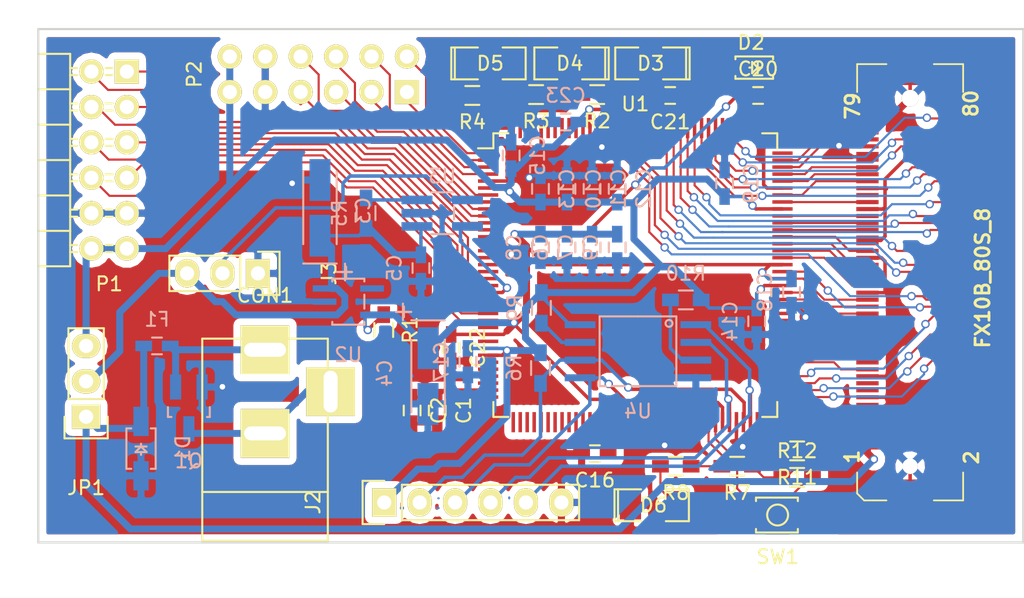
<source format=kicad_pcb>
(kicad_pcb (version 4) (host pcbnew 0.201602020917+6532~42~ubuntu15.04.1-product)
  (layers (0 F.Cu signal) (31 B.Cu signal) (34 B.Paste user) (35 F.Paste user) (36 B.SilkS user) (37 F.SilkS user) (38 B.Mask user) (39 F.Mask user) (44 Edge.Cuts user))
  (net 0 "")
  (net 1 GND)
  (net 2 PIO3)
  (net 3 PIO7)
  (net 4 PIO2)
  (net 5 PIO6)
  (net 6 PIO1)
  (net 7 PIO5)
  (net 8 PIO0)
  (net 9 PIO4)
  (net 10 PIO11)
  (net 11 PIO15)
  (net 12 PIO10)
  (net 13 PIO14)
  (net 14 PIO9)
  (net 15 PIO13)
  (net 16 PIO8)
  (net 17 PIO12)
  (net 18 "Net-(C1-Pad1)")
  (net 19 "Net-(C1-Pad2)")
  (net 20 5V_LDO_IN)
  (net 21 1V2_LDO)
  (net 22 3V3_PMOD)
  (net 23 "Net-(CON1-Pad2)")
  (net 24 "Net-(R2-Pad2)")
  (net 25 "Net-(R3-Pad2)")
  (net 26 "Net-(R4-Pad2)")
  (net 27 EXT_SPI_CLK)
  (net 28 ICE_CDONE)
  (net 29 EXT_SPI_SS_B)
  (net 30 ICE_CRESET_B)
  (net 31 EXT_SPI_MOSI)
  (net 32 EXT_SPI_MISO)
  (net 33 5V)
  (net 34 "Net-(D2-Pad1)")
  (net 35 "Net-(D3-Pad2)")
  (net 36 "Net-(D4-Pad2)")
  (net 37 "Net-(D5-Pad2)")
  (net 38 "Net-(D6-Pad2)")
  (net 39 "Net-(J3-Pad2)")
  (net 40 "Net-(R5-Pad1)")
  (net 41 "Net-(R9-Pad2)")
  (net 42 "Net-(R10-Pad2)")
  (net 43 ICE_CLK_IN)
  (net 44 RXEN)
  (net 45 TXEN)
  (net 46 DIQ1_SEL)
  (net 47 DIQ2_SEL)
  (net 48 FCLK1)
  (net 49 FCLK2)
  (net 50 RFDIO_RESET)
  (net 51 RFDIO_GPIO0)
  (net 52 RFDIO_GPIO1)
  (net 53 RFDIO_GPIO2)
  (net 54 RFDIO_SPI_MOSI)
  (net 55 RFDIO_SPI_MISO)
  (net 56 RFDIO_SPI_CLK)
  (net 57 RFDIO_SPI_EN)
  (net 58 RFDIO_REF_CLK_IN)
  (net 59 "Net-(CON1-Pad1)")
  (net 60 DIQ1_D10)
  (net 61 DIQ1_D8)
  (net 62 DIQ1_D6)
  (net 63 DIQ1_D4)
  (net 64 DIQ1_D2)
  (net 65 DIQ1_D0)
  (net 66 DIQ1_D1)
  (net 67 DIQ1_D3)
  (net 68 DIQ1_D5)
  (net 69 DIQ1_D7)
  (net 70 DIQ1_D9)
  (net 71 DIQ1_D11)
  (net 72 DIQ2_D0)
  (net 73 DIQ2_D2)
  (net 74 DIQ2_D4)
  (net 75 DIQ2_D6)
  (net 76 DIQ2_D8)
  (net 77 DIQ2_D10)
  (net 78 DIQ2_D1)
  (net 79 DIQ2_D3)
  (net 80 DIQ2_D5)
  (net 81 DIQ2_D7)
  (net 82 DIQ2_D9)
  (net 83 DIQ2_D11)
  (module pmod:Pmod (layer F.Cu) (at 116.6 83 270)
    (fp_text reference P2 (at 5.08 16.51 270) (layer F.SilkS))
    (fp_text value PMOD_2x6)
    (pad 6 thru_hole circle (at 6.35 13.97 90) (size 1.7272 1.7272) (drill 1.016) (layers *.Cu *.Mask F.SilkS) (net 22 3V3_PMOD))
    (pad 12 thru_hole oval (at 3.81 13.97 90) (size 1.7272 1.7272) (drill 1.016) (layers *.Cu *.Mask F.SilkS) (net 22 3V3_PMOD))
    (pad 5 thru_hole oval (at 6.35 11.43 90) (size 1.7272 1.7272) (drill 1.016) (layers *.Cu *.Mask F.SilkS) (net 1 GND))
    (pad 11 thru_hole oval (at 3.81 11.43 90) (size 1.7272 1.7272) (drill 1.016) (layers *.Cu *.Mask F.SilkS) (net 1 GND))
    (pad 4 thru_hole oval (at 6.35 8.89 90) (size 1.7272 1.7272) (drill 1.016) (layers *.Cu *.Mask F.SilkS) (net 10 PIO11))
    (pad 10 thru_hole oval (at 3.81 8.89 90) (size 1.7272 1.7272) (drill 1.016) (layers *.Cu *.Mask F.SilkS) (net 11 PIO15))
    (pad 3 thru_hole oval (at 6.35 6.35 90) (size 1.7272 1.7272) (drill 1.016) (layers *.Cu *.Mask F.SilkS) (net 12 PIO10))
    (pad 9 thru_hole oval (at 3.81 6.35 90) (size 1.7272 1.7272) (drill 1.016) (layers *.Cu *.Mask F.SilkS) (net 13 PIO14))
    (pad 2 thru_hole oval (at 6.35 3.81 90) (size 1.7272 1.7272) (drill 1.016) (layers *.Cu *.Mask F.SilkS) (net 14 PIO9))
    (pad 8 thru_hole oval (at 3.81 3.81 90) (size 1.7272 1.7272) (drill 1.016) (layers *.Cu *.Mask F.SilkS) (net 15 PIO13))
    (pad 1 thru_hole rect (at 6.35 1.27 90) (size 1.7272 1.7272) (drill 1.016) (layers *.Cu *.Mask F.SilkS) (net 16 PIO8))
    (pad 7 thru_hole oval (at 3.81 1.27 90) (size 1.7272 1.7272) (drill 1.016) (layers *.Cu *.Mask F.SilkS) (net 17 PIO12))
  )
  (module Housings_QFP:TQFP-144_20x20mm_Pitch0.5mm (layer F.Cu) (at 131.699 102.489)
    (fp_text reference U1 (at 0 -12.275) (layer F.SilkS))
    (fp_text value iCE40_1K4K_TQ144)
    (pad 1 smd rect (at -10.55 -8.75) (size 1.45 0.25) (layers F.Cu F.Paste F.Mask) (net 17 PIO12))
    (pad 2 smd rect (at -10.55 -8.25) (size 1.45 0.25) (layers F.Cu F.Paste F.Mask) (net 16 PIO8))
    (pad 3 smd rect (at -10.55 -7.75) (size 1.45 0.25) (layers F.Cu F.Paste F.Mask) (net 15 PIO13))
    (pad 4 smd rect (at -10.55 -7.25) (size 1.45 0.25) (layers F.Cu F.Paste F.Mask) (net 14 PIO9))
    (pad 5 smd rect (at -10.55 -6.75) (size 1.45 0.25) (layers F.Cu F.Paste F.Mask) (net 1 GND))
    (pad 6 smd rect (at -10.55 -6.25) (size 1.45 0.25) (layers F.Cu F.Paste F.Mask) (net 22 3V3_PMOD))
    (pad 7 smd rect (at -10.55 -5.75) (size 1.45 0.25) (layers F.Cu F.Paste F.Mask) (net 13 PIO14))
    (pad 8 smd rect (at -10.55 -5.25) (size 1.45 0.25) (layers F.Cu F.Paste F.Mask) (net 12 PIO10))
    (pad 9 smd rect (at -10.55 -4.75) (size 1.45 0.25) (layers F.Cu F.Paste F.Mask) (net 11 PIO15))
    (pad 10 smd rect (at -10.55 -4.25) (size 1.45 0.25) (layers F.Cu F.Paste F.Mask) (net 10 PIO11))
    (pad 11 smd rect (at -10.55 -3.75) (size 1.45 0.25) (layers F.Cu F.Paste F.Mask) (net 8 PIO0))
    (pad 12 smd rect (at -10.55 -3.25) (size 1.45 0.25) (layers F.Cu F.Paste F.Mask) (net 9 PIO4))
    (pad 13 smd rect (at -10.55 -2.75) (size 1.45 0.25) (layers F.Cu F.Paste F.Mask) (net 1 GND))
    (pad 14 smd rect (at -10.55 -2.25) (size 1.45 0.25) (layers F.Cu F.Paste F.Mask) (net 1 GND))
    (pad 15 smd rect (at -10.55 -1.75) (size 1.45 0.25) (layers F.Cu F.Paste F.Mask))
    (pad 16 smd rect (at -10.55 -1.25) (size 1.45 0.25) (layers F.Cu F.Paste F.Mask))
    (pad 17 smd rect (at -10.55 -0.75) (size 1.45 0.25) (layers F.Cu F.Paste F.Mask))
    (pad 18 smd rect (at -10.55 -0.25) (size 1.45 0.25) (layers F.Cu F.Paste F.Mask))
    (pad 19 smd rect (at -10.55 0.25) (size 1.45 0.25) (layers F.Cu F.Paste F.Mask) (net 6 PIO1))
    (pad 20 smd rect (at -10.55 0.75) (size 1.45 0.25) (layers F.Cu F.Paste F.Mask) (net 7 PIO5))
    (pad 21 smd rect (at -10.55 1.25) (size 1.45 0.25) (layers F.Cu F.Paste F.Mask) (net 43 ICE_CLK_IN))
    (pad 22 smd rect (at -10.55 1.75) (size 1.45 0.25) (layers F.Cu F.Paste F.Mask) (net 4 PIO2))
    (pad 23 smd rect (at -10.55 2.25) (size 1.45 0.25) (layers F.Cu F.Paste F.Mask) (net 5 PIO6))
    (pad 24 smd rect (at -10.55 2.75) (size 1.45 0.25) (layers F.Cu F.Paste F.Mask) (net 2 PIO3))
    (pad 25 smd rect (at -10.55 3.25) (size 1.45 0.25) (layers F.Cu F.Paste F.Mask) (net 3 PIO7))
    (pad 26 smd rect (at -10.55 3.75) (size 1.45 0.25) (layers F.Cu F.Paste F.Mask))
    (pad 27 smd rect (at -10.55 4.25) (size 1.45 0.25) (layers F.Cu F.Paste F.Mask) (net 21 1V2_LDO))
    (pad 28 smd rect (at -10.55 4.75) (size 1.45 0.25) (layers F.Cu F.Paste F.Mask))
    (pad 29 smd rect (at -10.55 5.25) (size 1.45 0.25) (layers F.Cu F.Paste F.Mask))
    (pad 30 smd rect (at -10.55 5.75) (size 1.45 0.25) (layers F.Cu F.Paste F.Mask) (net 22 3V3_PMOD))
    (pad 31 smd rect (at -10.55 6.25) (size 1.45 0.25) (layers F.Cu F.Paste F.Mask))
    (pad 32 smd rect (at -10.55 6.75) (size 1.45 0.25) (layers F.Cu F.Paste F.Mask))
    (pad 33 smd rect (at -10.55 7.25) (size 1.45 0.25) (layers F.Cu F.Paste F.Mask))
    (pad 34 smd rect (at -10.55 7.75) (size 1.45 0.25) (layers F.Cu F.Paste F.Mask))
    (pad 35 smd rect (at -10.55 8.25) (size 1.45 0.25) (layers F.Cu F.Paste F.Mask) (net 18 "Net-(C1-Pad1)"))
    (pad 36 smd rect (at -10.55 8.75) (size 1.45 0.25) (layers F.Cu F.Paste F.Mask) (net 19 "Net-(C1-Pad2)"))
    (pad 37 smd rect (at -8.75 10.55 90) (size 1.45 0.25) (layers F.Cu F.Paste F.Mask))
    (pad 38 smd rect (at -8.25 10.55 90) (size 1.45 0.25) (layers F.Cu F.Paste F.Mask))
    (pad 39 smd rect (at -7.75 10.55 90) (size 1.45 0.25) (layers F.Cu F.Paste F.Mask))
    (pad 40 smd rect (at -7.25 10.55 90) (size 1.45 0.25) (layers F.Cu F.Paste F.Mask))
    (pad 41 smd rect (at -6.75 10.55 90) (size 1.45 0.25) (layers F.Cu F.Paste F.Mask))
    (pad 42 smd rect (at -6.25 10.55 90) (size 1.45 0.25) (layers F.Cu F.Paste F.Mask))
    (pad 43 smd rect (at -5.75 10.55 90) (size 1.45 0.25) (layers F.Cu F.Paste F.Mask))
    (pad 44 smd rect (at -5.25 10.55 90) (size 1.45 0.25) (layers F.Cu F.Paste F.Mask))
    (pad 45 smd rect (at -4.75 10.55 90) (size 1.45 0.25) (layers F.Cu F.Paste F.Mask))
    (pad 46 smd rect (at -4.25 10.55 90) (size 1.45 0.25) (layers F.Cu F.Paste F.Mask))
    (pad 47 smd rect (at -3.75 10.55 90) (size 1.45 0.25) (layers F.Cu F.Paste F.Mask))
    (pad 48 smd rect (at -3.25 10.55 90) (size 1.45 0.25) (layers F.Cu F.Paste F.Mask))
    (pad 49 smd rect (at -2.75 10.55 90) (size 1.45 0.25) (layers F.Cu F.Paste F.Mask))
    (pad 50 smd rect (at -2.25 10.55 90) (size 1.45 0.25) (layers F.Cu F.Paste F.Mask))
    (pad 51 smd rect (at -1.75 10.55 90) (size 1.45 0.25) (layers F.Cu F.Paste F.Mask) (net 21 1V2_LDO))
    (pad 52 smd rect (at -1.25 10.55 90) (size 1.45 0.25) (layers F.Cu F.Paste F.Mask))
    (pad 53 smd rect (at -0.75 10.55 90) (size 1.45 0.25) (layers F.Cu F.Paste F.Mask))
    (pad 54 smd rect (at -0.25 10.55 90) (size 1.45 0.25) (layers F.Cu F.Paste F.Mask))
    (pad 55 smd rect (at 0.25 10.55 90) (size 1.45 0.25) (layers F.Cu F.Paste F.Mask))
    (pad 56 smd rect (at 0.75 10.55 90) (size 1.45 0.25) (layers F.Cu F.Paste F.Mask))
    (pad 57 smd rect (at 1.25 10.55 90) (size 1.45 0.25) (layers F.Cu F.Paste F.Mask))
    (pad 58 smd rect (at 1.75 10.55 90) (size 1.45 0.25) (layers F.Cu F.Paste F.Mask))
    (pad 59 smd rect (at 2.25 10.55 90) (size 1.45 0.25) (layers F.Cu F.Paste F.Mask) (net 1 GND))
    (pad 60 smd rect (at 2.75 10.55 90) (size 1.45 0.25) (layers F.Cu F.Paste F.Mask))
    (pad 61 smd rect (at 3.25 10.55 90) (size 1.45 0.25) (layers F.Cu F.Paste F.Mask))
    (pad 62 smd rect (at 3.75 10.55 90) (size 1.45 0.25) (layers F.Cu F.Paste F.Mask))
    (pad 63 smd rect (at 4.25 10.55 90) (size 1.45 0.25) (layers F.Cu F.Paste F.Mask))
    (pad 64 smd rect (at 4.75 10.55 90) (size 1.45 0.25) (layers F.Cu F.Paste F.Mask))
    (pad 65 smd rect (at 5.25 10.55 90) (size 1.45 0.25) (layers F.Cu F.Paste F.Mask) (net 28 ICE_CDONE))
    (pad 66 smd rect (at 5.75 10.55 90) (size 1.45 0.25) (layers F.Cu F.Paste F.Mask) (net 30 ICE_CRESET_B))
    (pad 67 smd rect (at 6.25 10.55 90) (size 1.45 0.25) (layers F.Cu F.Paste F.Mask) (net 31 EXT_SPI_MOSI))
    (pad 68 smd rect (at 6.75 10.55 90) (size 1.45 0.25) (layers F.Cu F.Paste F.Mask) (net 32 EXT_SPI_MISO))
    (pad 69 smd rect (at 7.25 10.55 90) (size 1.45 0.25) (layers F.Cu F.Paste F.Mask) (net 1 GND))
    (pad 70 smd rect (at 7.75 10.55 90) (size 1.45 0.25) (layers F.Cu F.Paste F.Mask) (net 27 EXT_SPI_CLK))
    (pad 71 smd rect (at 8.25 10.55 90) (size 1.45 0.25) (layers F.Cu F.Paste F.Mask) (net 29 EXT_SPI_SS_B))
    (pad 72 smd rect (at 8.75 10.55 90) (size 1.45 0.25) (layers F.Cu F.Paste F.Mask) (net 22 3V3_PMOD))
    (pad 73 smd rect (at 10.55 8.75) (size 1.45 0.25) (layers F.Cu F.Paste F.Mask) (net 66 DIQ1_D1))
    (pad 74 smd rect (at 10.55 8.25) (size 1.45 0.25) (layers F.Cu F.Paste F.Mask) (net 67 DIQ1_D3))
    (pad 75 smd rect (at 10.55 7.75) (size 1.45 0.25) (layers F.Cu F.Paste F.Mask) (net 68 DIQ1_D5))
    (pad 76 smd rect (at 10.55 7.25) (size 1.45 0.25) (layers F.Cu F.Paste F.Mask) (net 69 DIQ1_D7))
    (pad 77 smd rect (at 10.55 6.75) (size 1.45 0.25) (layers F.Cu F.Paste F.Mask))
    (pad 78 smd rect (at 10.55 6.25) (size 1.45 0.25) (layers F.Cu F.Paste F.Mask) (net 46 DIQ1_SEL))
    (pad 79 smd rect (at 10.55 5.75) (size 1.45 0.25) (layers F.Cu F.Paste F.Mask) (net 65 DIQ1_D0))
    (pad 80 smd rect (at 10.55 5.25) (size 1.45 0.25) (layers F.Cu F.Paste F.Mask) (net 64 DIQ1_D2))
    (pad 81 smd rect (at 10.55 4.75) (size 1.45 0.25) (layers F.Cu F.Paste F.Mask) (net 63 DIQ1_D4))
    (pad 82 smd rect (at 10.55 4.25) (size 1.45 0.25) (layers F.Cu F.Paste F.Mask))
    (pad 83 smd rect (at 10.55 3.75) (size 1.45 0.25) (layers F.Cu F.Paste F.Mask))
    (pad 84 smd rect (at 10.55 3.25) (size 1.45 0.25) (layers F.Cu F.Paste F.Mask))
    (pad 85 smd rect (at 10.55 2.75) (size 1.45 0.25) (layers F.Cu F.Paste F.Mask))
    (pad 86 smd rect (at 10.55 2.25) (size 1.45 0.25) (layers F.Cu F.Paste F.Mask) (net 1 GND))
    (pad 87 smd rect (at 10.55 1.75) (size 1.45 0.25) (layers F.Cu F.Paste F.Mask) (net 62 DIQ1_D6))
    (pad 88 smd rect (at 10.55 1.25) (size 1.45 0.25) (layers F.Cu F.Paste F.Mask) (net 61 DIQ1_D8))
    (pad 89 smd rect (at 10.55 0.75) (size 1.45 0.25) (layers F.Cu F.Paste F.Mask) (net 22 3V3_PMOD))
    (pad 90 smd rect (at 10.55 0.25) (size 1.45 0.25) (layers F.Cu F.Paste F.Mask) (net 60 DIQ1_D10))
    (pad 91 smd rect (at 10.55 -0.25) (size 1.45 0.25) (layers F.Cu F.Paste F.Mask) (net 70 DIQ1_D9))
    (pad 92 smd rect (at 10.55 -0.75) (size 1.45 0.25) (layers F.Cu F.Paste F.Mask) (net 21 1V2_LDO))
    (pad 93 smd rect (at 10.55 -1.25) (size 1.45 0.25) (layers F.Cu F.Paste F.Mask) (net 47 DIQ2_SEL))
    (pad 94 smd rect (at 10.55 -1.75) (size 1.45 0.25) (layers F.Cu F.Paste F.Mask) (net 72 DIQ2_D0))
    (pad 95 smd rect (at 10.55 -2.25) (size 1.45 0.25) (layers F.Cu F.Paste F.Mask) (net 73 DIQ2_D2))
    (pad 96 smd rect (at 10.55 -2.75) (size 1.45 0.25) (layers F.Cu F.Paste F.Mask) (net 74 DIQ2_D4))
    (pad 97 smd rect (at 10.55 -3.25) (size 1.45 0.25) (layers F.Cu F.Paste F.Mask) (net 75 DIQ2_D6))
    (pad 98 smd rect (at 10.55 -3.75) (size 1.45 0.25) (layers F.Cu F.Paste F.Mask) (net 76 DIQ2_D8))
    (pad 99 smd rect (at 10.55 -4.25) (size 1.45 0.25) (layers F.Cu F.Paste F.Mask) (net 77 DIQ2_D10))
    (pad 100 smd rect (at 10.55 -4.75) (size 1.45 0.25) (layers F.Cu F.Paste F.Mask) (net 22 3V3_PMOD))
    (pad 101 smd rect (at 10.55 -5.25) (size 1.45 0.25) (layers F.Cu F.Paste F.Mask) (net 49 FCLK2))
    (pad 102 smd rect (at 10.55 -5.75) (size 1.45 0.25) (layers F.Cu F.Paste F.Mask) (net 51 RFDIO_GPIO0))
    (pad 103 smd rect (at 10.55 -6.25) (size 1.45 0.25) (layers F.Cu F.Paste F.Mask) (net 1 GND))
    (pad 104 smd rect (at 10.55 -6.75) (size 1.45 0.25) (layers F.Cu F.Paste F.Mask) (net 52 RFDIO_GPIO1))
    (pad 105 smd rect (at 10.55 -7.25) (size 1.45 0.25) (layers F.Cu F.Paste F.Mask) (net 53 RFDIO_GPIO2))
    (pad 106 smd rect (at 10.55 -7.75) (size 1.45 0.25) (layers F.Cu F.Paste F.Mask) (net 58 RFDIO_REF_CLK_IN))
    (pad 107 smd rect (at 10.55 -8.25) (size 1.45 0.25) (layers F.Cu F.Paste F.Mask) (net 45 TXEN))
    (pad 108 smd rect (at 10.55 -8.75) (size 1.45 0.25) (layers F.Cu F.Paste F.Mask))
    (pad 109 smd rect (at 8.75 -10.55 90) (size 1.45 0.25) (layers F.Cu F.Paste F.Mask) (net 34 "Net-(D2-Pad1)"))
    (pad 110 smd rect (at 8.25 -10.55 90) (size 1.45 0.25) (layers F.Cu F.Paste F.Mask))
    (pad 111 smd rect (at 7.75 -10.55 90) (size 1.45 0.25) (layers F.Cu F.Paste F.Mask) (net 21 1V2_LDO))
    (pad 112 smd rect (at 7.25 -10.55 90) (size 1.45 0.25) (layers F.Cu F.Paste F.Mask) (net 44 RXEN))
    (pad 113 smd rect (at 6.75 -10.55 90) (size 1.45 0.25) (layers F.Cu F.Paste F.Mask) (net 57 RFDIO_SPI_EN))
    (pad 114 smd rect (at 6.25 -10.55 90) (size 1.45 0.25) (layers F.Cu F.Paste F.Mask) (net 56 RFDIO_SPI_CLK))
    (pad 115 smd rect (at 5.75 -10.55 90) (size 1.45 0.25) (layers F.Cu F.Paste F.Mask) (net 55 RFDIO_SPI_MISO))
    (pad 116 smd rect (at 5.25 -10.55 90) (size 1.45 0.25) (layers F.Cu F.Paste F.Mask) (net 54 RFDIO_SPI_MOSI))
    (pad 117 smd rect (at 4.75 -10.55 90) (size 1.45 0.25) (layers F.Cu F.Paste F.Mask) (net 50 RFDIO_RESET))
    (pad 118 smd rect (at 4.25 -10.55 90) (size 1.45 0.25) (layers F.Cu F.Paste F.Mask) (net 48 FCLK1))
    (pad 119 smd rect (at 3.75 -10.55 90) (size 1.45 0.25) (layers F.Cu F.Paste F.Mask) (net 83 DIQ2_D11))
    (pad 120 smd rect (at 3.25 -10.55 90) (size 1.45 0.25) (layers F.Cu F.Paste F.Mask) (net 82 DIQ2_D9))
    (pad 121 smd rect (at 2.75 -10.55 90) (size 1.45 0.25) (layers F.Cu F.Paste F.Mask) (net 81 DIQ2_D7))
    (pad 122 smd rect (at 2.25 -10.55 90) (size 1.45 0.25) (layers F.Cu F.Paste F.Mask) (net 80 DIQ2_D5))
    (pad 123 smd rect (at 1.75 -10.55 90) (size 1.45 0.25) (layers F.Cu F.Paste F.Mask) (net 22 3V3_PMOD))
    (pad 124 smd rect (at 1.25 -10.55 90) (size 1.45 0.25) (layers F.Cu F.Paste F.Mask))
    (pad 125 smd rect (at 0.75 -10.55 90) (size 1.45 0.25) (layers F.Cu F.Paste F.Mask))
    (pad 126 smd rect (at 0.25 -10.55 90) (size 1.45 0.25) (layers F.Cu F.Paste F.Mask))
    (pad 127 smd rect (at -0.25 -10.55 90) (size 1.45 0.25) (layers F.Cu F.Paste F.Mask))
    (pad 128 smd rect (at -0.75 -10.55 90) (size 1.45 0.25) (layers F.Cu F.Paste F.Mask) (net 79 DIQ2_D3))
    (pad 129 smd rect (at -1.25 -10.55 90) (size 1.45 0.25) (layers F.Cu F.Paste F.Mask) (net 78 DIQ2_D1))
    (pad 130 smd rect (at -1.75 -10.55 90) (size 1.45 0.25) (layers F.Cu F.Paste F.Mask))
    (pad 131 smd rect (at -2.25 -10.55 90) (size 1.45 0.25) (layers F.Cu F.Paste F.Mask))
    (pad 132 smd rect (at -2.75 -10.55 90) (size 1.45 0.25) (layers F.Cu F.Paste F.Mask) (net 1 GND))
    (pad 133 smd rect (at -3.25 -10.55 90) (size 1.45 0.25) (layers F.Cu F.Paste F.Mask) (net 22 3V3_PMOD))
    (pad 134 smd rect (at -3.75 -10.55 90) (size 1.45 0.25) (layers F.Cu F.Paste F.Mask) (net 71 DIQ1_D11))
    (pad 135 smd rect (at -4.25 -10.55 90) (size 1.45 0.25) (layers F.Cu F.Paste F.Mask))
    (pad 136 smd rect (at -4.75 -10.55 90) (size 1.45 0.25) (layers F.Cu F.Paste F.Mask))
    (pad 137 smd rect (at -5.25 -10.55 90) (size 1.45 0.25) (layers F.Cu F.Paste F.Mask))
    (pad 138 smd rect (at -5.75 -10.55 90) (size 1.45 0.25) (layers F.Cu F.Paste F.Mask))
    (pad 139 smd rect (at -6.25 -10.55 90) (size 1.45 0.25) (layers F.Cu F.Paste F.Mask))
    (pad 140 smd rect (at -6.75 -10.55 90) (size 1.45 0.25) (layers F.Cu F.Paste F.Mask) (net 1 GND))
    (pad 141 smd rect (at -7.25 -10.55 90) (size 1.45 0.25) (layers F.Cu F.Paste F.Mask))
    (pad 142 smd rect (at -7.75 -10.55 90) (size 1.45 0.25) (layers F.Cu F.Paste F.Mask) (net 24 "Net-(R2-Pad2)"))
    (pad 143 smd rect (at -8.25 -10.55 90) (size 1.45 0.25) (layers F.Cu F.Paste F.Mask) (net 25 "Net-(R3-Pad2)"))
    (pad 144 smd rect (at -8.75 -10.55 90) (size 1.45 0.25) (layers F.Cu F.Paste F.Mask) (net 26 "Net-(R4-Pad2)"))
  )
  (module Capacitors_SMD:C_0603_HandSoldering (layer B.Cu) (at 126.8 100.5 270)
    (fp_text reference C6 (at 0 1.9 270) (layer B.SilkS) (effects (justify mirror)))
    (fp_text value 10µF)
    (pad 1 smd rect (at -0.95 0 270) (size 1.2 0.75) (layers B.Cu B.Paste B.Mask) (net 21 1V2_LDO))
    (pad 2 smd rect (at 0.95 0 270) (size 1.2 0.75) (layers B.Cu B.Paste B.Mask) (net 1 GND))
  )
  (module Connect:BARREL_JACK (layer F.Cu) (at 105.156 114.046 90)
    (fp_text reference CON1 (at 10.09904 0 180) (layer F.SilkS))
    (fp_text value BARREL_JACK)
    (pad 1 thru_hole rect (at 6.20014 0 90) (size 3.50012 3.50012) (drill oval 1.00076 2.99974) (layers *.Cu *.Mask F.SilkS) (net 59 "Net-(CON1-Pad1)"))
    (pad 2 thru_hole rect (at 0.20066 0 90) (size 3.50012 3.50012) (drill oval 1.00076 2.99974) (layers *.Cu *.Mask F.SilkS) (net 23 "Net-(CON1-Pad2)"))
    (pad 3 thru_hole rect (at 3.2004 4.699 90) (size 3.50012 3.50012) (drill oval 2.99974 1.00076) (layers *.Cu *.Mask F.SilkS) (net 23 "Net-(CON1-Pad2)"))
  )
  (module Capacitors_SMD:C_0603_HandSoldering (layer F.Cu) (at 117.5 112.2 270)
    (fp_text reference C1 (at 0 -1.9 270) (layer F.SilkS))
    (fp_text value 10µF)
    (pad 1 smd rect (at -0.95 0 270) (size 1.2 0.75) (layers F.Cu F.Paste F.Mask) (net 18 "Net-(C1-Pad1)"))
    (pad 2 smd rect (at 0.95 0 270) (size 1.2 0.75) (layers F.Cu F.Paste F.Mask) (net 19 "Net-(C1-Pad2)"))
  )
  (module Capacitors_SMD:C_0603_HandSoldering (layer F.Cu) (at 115.7 112.2 270)
    (fp_text reference C2 (at 0 -1.9 270) (layer F.SilkS))
    (fp_text value 0.1µF)
    (pad 1 smd rect (at -0.95 0 270) (size 1.2 0.75) (layers F.Cu F.Paste F.Mask) (net 18 "Net-(C1-Pad1)"))
    (pad 2 smd rect (at 0.95 0 270) (size 1.2 0.75) (layers F.Cu F.Paste F.Mask) (net 19 "Net-(C1-Pad2)"))
  )
  (module Capacitors_Tantalum_SMD:TantalC_SizeA_EIA-3216_HandSoldering (layer B.Cu) (at 109.093 97.663 90)
    (fp_text reference C3 (at -0.20066 3.0988 90) (layer B.SilkS) (effects (justify mirror)))
    (fp_text value 1µF)
    (fp_text user + (at -4.59994 1.80086 90) (layer B.SilkS) (effects (justify mirror)))
    (pad 2 smd rect (at 1.99898 0 90) (size 2.99974 1.50114) (layers B.Cu B.Paste B.Mask) (net 1 GND))
    (pad 1 smd rect (at -1.99898 0 90) (size 2.99974 1.50114) (layers B.Cu B.Paste B.Mask) (net 20 5V_LDO_IN))
  )
  (module Capacitors_Tantalum_SMD:TantalC_SizeA_EIA-3216_HandSoldering (layer B.Cu) (at 116.84 109.728 270)
    (fp_text reference C4 (at -0.20066 3.0988 270) (layer B.SilkS) (effects (justify mirror)))
    (fp_text value 1µF)
    (fp_text user + (at -4.59994 1.80086 270) (layer B.SilkS) (effects (justify mirror)))
    (pad 2 smd rect (at 1.99898 0 270) (size 2.99974 1.50114) (layers B.Cu B.Paste B.Mask) (net 1 GND))
    (pad 1 smd rect (at -1.99898 0 270) (size 2.99974 1.50114) (layers B.Cu B.Paste B.Mask) (net 21 1V2_LDO))
  )
  (module Capacitors_SMD:C_0603_HandSoldering (layer B.Cu) (at 116.332 101.981 270)
    (fp_text reference C5 (at 0 1.9 270) (layer B.SilkS) (effects (justify mirror)))
    (fp_text value 0.1µ)
    (pad 1 smd rect (at -0.95 0 270) (size 1.2 0.75) (layers B.Cu B.Paste B.Mask) (net 20 5V_LDO_IN))
    (pad 2 smd rect (at 0.95 0 270) (size 1.2 0.75) (layers B.Cu B.Paste B.Mask) (net 1 GND))
  )
  (module Capacitors_SMD:C_0603_HandSoldering (layer B.Cu) (at 128.6 100.5 270)
    (fp_text reference C7 (at 0 1.9 270) (layer B.SilkS) (effects (justify mirror)))
    (fp_text value 1µF)
    (pad 1 smd rect (at -0.95 0 270) (size 1.2 0.75) (layers B.Cu B.Paste B.Mask) (net 21 1V2_LDO))
    (pad 2 smd rect (at 0.95 0 270) (size 1.2 0.75) (layers B.Cu B.Paste B.Mask) (net 1 GND))
  )
  (module Capacitors_SMD:C_0603_HandSoldering (layer B.Cu) (at 124.9 100.5 270)
    (fp_text reference C8 (at 0 1.9 270) (layer B.SilkS) (effects (justify mirror)))
    (fp_text value 0.1µF)
    (pad 1 smd rect (at -0.95 0 270) (size 1.2 0.75) (layers B.Cu B.Paste B.Mask) (net 21 1V2_LDO))
    (pad 2 smd rect (at 0.95 0 270) (size 1.2 0.75) (layers B.Cu B.Paste B.Mask) (net 1 GND))
  )
  (module Capacitors_SMD:C_0603_HandSoldering (layer B.Cu) (at 130.4 100.5 270)
    (fp_text reference C9 (at 0 1.9 270) (layer B.SilkS) (effects (justify mirror)))
    (fp_text value 0.01µF)
    (pad 1 smd rect (at -0.95 0 270) (size 1.2 0.75) (layers B.Cu B.Paste B.Mask) (net 21 1V2_LDO))
    (pad 2 smd rect (at 0.95 0 270) (size 1.2 0.75) (layers B.Cu B.Paste B.Mask) (net 1 GND))
  )
  (module Capacitors_SMD:C_0603_HandSoldering (layer B.Cu) (at 126.8 96.3 90)
    (fp_text reference C10 (at 0 1.9 90) (layer B.SilkS) (effects (justify mirror)))
    (fp_text value 10µF)
    (pad 1 smd rect (at -0.95 0 90) (size 1.2 0.75) (layers B.Cu B.Paste B.Mask) (net 22 3V3_PMOD))
    (pad 2 smd rect (at 0.95 0 90) (size 1.2 0.75) (layers B.Cu B.Paste B.Mask) (net 1 GND))
  )
  (module Capacitors_SMD:C_0603_HandSoldering (layer B.Cu) (at 128.6 96.3 90)
    (fp_text reference C11 (at 0 1.9 90) (layer B.SilkS) (effects (justify mirror)))
    (fp_text value 1µF)
    (pad 1 smd rect (at -0.95 0 90) (size 1.2 0.75) (layers B.Cu B.Paste B.Mask) (net 22 3V3_PMOD))
    (pad 2 smd rect (at 0.95 0 90) (size 1.2 0.75) (layers B.Cu B.Paste B.Mask) (net 1 GND))
  )
  (module Capacitors_SMD:C_0603_HandSoldering (layer B.Cu) (at 130.4 96.3 90)
    (fp_text reference C12 (at 0 1.9 90) (layer B.SilkS) (effects (justify mirror)))
    (fp_text value 0.1µF)
    (pad 1 smd rect (at -0.95 0 90) (size 1.2 0.75) (layers B.Cu B.Paste B.Mask) (net 22 3V3_PMOD))
    (pad 2 smd rect (at 0.95 0 90) (size 1.2 0.75) (layers B.Cu B.Paste B.Mask) (net 1 GND))
  )
  (module Capacitors_SMD:C_0603_HandSoldering (layer B.Cu) (at 124.9 96.3 90)
    (fp_text reference C13 (at 0 1.9 90) (layer B.SilkS) (effects (justify mirror)))
    (fp_text value 0.01µF)
    (pad 1 smd rect (at -0.95 0 90) (size 1.2 0.75) (layers B.Cu B.Paste B.Mask) (net 22 3V3_PMOD))
    (pad 2 smd rect (at 0.95 0 90) (size 1.2 0.75) (layers B.Cu B.Paste B.Mask) (net 1 GND))
  )
  (module TO_SOT_Packages_SMD:SOT-23_Handsoldering (layer B.Cu) (at 99.695 112.014)
    (fp_text reference Q1 (at 0 3.81) (layer B.SilkS) (effects (justify mirror)))
    (fp_text value IRLML6344bpf)
    (pad 1 smd rect (at -0.95 -1.50114) (size 0.8001 1.80086) (layers B.Cu B.Paste B.Mask) (net 59 "Net-(CON1-Pad1)"))
    (pad 2 smd rect (at 0.95 -1.50114) (size 0.8001 1.80086) (layers B.Cu B.Paste B.Mask) (net 1 GND))
    (pad 3 smd rect (at 0 1.50114) (size 0.8001 1.80086) (layers B.Cu B.Paste B.Mask) (net 23 "Net-(CON1-Pad2)"))
  )
  (module Resistors_SMD:R_0603_HandSoldering (layer F.Cu) (at 113.665 106.426 270)
    (fp_text reference R1 (at 0 -1.9 270) (layer F.SilkS))
    (fp_text value 100)
    (pad 1 smd rect (at -1.1 0 270) (size 1.2 0.9) (layers F.Cu F.Paste F.Mask) (net 21 1V2_LDO))
    (pad 2 smd rect (at 1.1 0 270) (size 1.2 0.9) (layers F.Cu F.Paste F.Mask) (net 19 "Net-(C1-Pad2)"))
  )
  (module Resistors_SMD:R_0603_HandSoldering (layer F.Cu) (at 128.9685 89.535 180)
    (fp_text reference R2 (at 0 -1.9 180) (layer F.SilkS))
    (fp_text value 10)
    (pad 1 smd rect (at -1.1 0 180) (size 1.2 0.9) (layers F.Cu F.Paste F.Mask) (net 35 "Net-(D3-Pad2)"))
    (pad 2 smd rect (at 1.1 0 180) (size 1.2 0.9) (layers F.Cu F.Paste F.Mask) (net 24 "Net-(R2-Pad2)"))
  )
  (module Resistors_SMD:R_0603_HandSoldering (layer F.Cu) (at 124.587 89.535 180)
    (fp_text reference R3 (at 0 -1.9 180) (layer F.SilkS))
    (fp_text value 10)
    (pad 1 smd rect (at -1.1 0 180) (size 1.2 0.9) (layers F.Cu F.Paste F.Mask) (net 36 "Net-(D4-Pad2)"))
    (pad 2 smd rect (at 1.1 0 180) (size 1.2 0.9) (layers F.Cu F.Paste F.Mask) (net 25 "Net-(R3-Pad2)"))
  )
  (module Resistors_SMD:R_0603_HandSoldering (layer F.Cu) (at 120.015 89.5985 180)
    (fp_text reference R4 (at 0 -1.9 180) (layer F.SilkS))
    (fp_text value 10)
    (pad 1 smd rect (at -1.1 0 180) (size 1.2 0.9) (layers F.Cu F.Paste F.Mask) (net 37 "Net-(D5-Pad2)"))
    (pad 2 smd rect (at 1.1 0 180) (size 1.2 0.9) (layers F.Cu F.Paste F.Mask) (net 26 "Net-(R4-Pad2)"))
  )
  (module Resistors_SMD:R_0603_HandSoldering (layer B.Cu) (at 112.395 98.044 270)
    (fp_text reference R5 (at 0 1.9 270) (layer B.SilkS) (effects (justify mirror)))
    (fp_text value R)
    (pad 1 smd rect (at -1.1 0 270) (size 1.2 0.9) (layers B.Cu B.Paste B.Mask) (net 40 "Net-(R5-Pad1)"))
    (pad 2 smd rect (at 1.1 0 270) (size 1.2 0.9) (layers B.Cu B.Paste B.Mask) (net 20 5V_LDO_IN))
  )
  (module Resistors_SMD:R_0603_HandSoldering (layer B.Cu) (at 124.9045 109.1565 270)
    (fp_text reference R6 (at 0 1.9 270) (layer B.SilkS) (effects (justify mirror)))
    (fp_text value 10k)
    (pad 1 smd rect (at -1.1 0 270) (size 1.2 0.9) (layers B.Cu B.Paste B.Mask) (net 22 3V3_PMOD))
    (pad 2 smd rect (at 1.1 0 270) (size 1.2 0.9) (layers B.Cu B.Paste B.Mask) (net 27 EXT_SPI_CLK))
  )
  (module Resistors_SMD:R_0603_HandSoldering (layer F.Cu) (at 139 116.2 180)
    (fp_text reference R7 (at 0 -1.9 180) (layer F.SilkS))
    (fp_text value 10K)
    (pad 1 smd rect (at -1.1 0 180) (size 1.2 0.9) (layers F.Cu F.Paste F.Mask) (net 22 3V3_PMOD))
    (pad 2 smd rect (at 1.1 0 180) (size 1.2 0.9) (layers F.Cu F.Paste F.Mask) (net 28 ICE_CDONE))
  )
  (module Resistors_SMD:R_0603_HandSoldering (layer F.Cu) (at 134.6 116.2 180)
    (fp_text reference R8 (at 0 -1.9 180) (layer F.SilkS))
    (fp_text value 10)
    (pad 1 smd rect (at -1.1 0 180) (size 1.2 0.9) (layers F.Cu F.Paste F.Mask) (net 28 ICE_CDONE))
    (pad 2 smd rect (at 1.1 0 180) (size 1.2 0.9) (layers F.Cu F.Paste F.Mask) (net 38 "Net-(D6-Pad2)"))
  )
  (module Resistors_SMD:R_0603_HandSoldering (layer B.Cu) (at 124.968 104.8385 270)
    (fp_text reference R9 (at 0 1.9 270) (layer B.SilkS) (effects (justify mirror)))
    (fp_text value 10k)
    (pad 1 smd rect (at -1.1 0 270) (size 1.2 0.9) (layers B.Cu B.Paste B.Mask) (net 22 3V3_PMOD))
    (pad 2 smd rect (at 1.1 0 270) (size 1.2 0.9) (layers B.Cu B.Paste B.Mask) (net 41 "Net-(R9-Pad2)"))
  )
  (module Resistors_SMD:R_0603_HandSoldering (layer B.Cu) (at 135.3185 104.267 180)
    (fp_text reference R10 (at 0 1.9 180) (layer B.SilkS) (effects (justify mirror)))
    (fp_text value 10k)
    (pad 1 smd rect (at -1.1 0 180) (size 1.2 0.9) (layers B.Cu B.Paste B.Mask) (net 22 3V3_PMOD))
    (pad 2 smd rect (at 1.1 0 180) (size 1.2 0.9) (layers B.Cu B.Paste B.Mask) (net 42 "Net-(R10-Pad2)"))
  )
  (module Resistors_SMD:R_0603_HandSoldering (layer F.Cu) (at 143.3 115.1 180)
    (fp_text reference R11 (at 0 -1.9 180) (layer F.SilkS))
    (fp_text value 10k)
    (pad 1 smd rect (at -1.1 0 180) (size 1.2 0.9) (layers F.Cu F.Paste F.Mask) (net 22 3V3_PMOD))
    (pad 2 smd rect (at 1.1 0 180) (size 1.2 0.9) (layers F.Cu F.Paste F.Mask) (net 29 EXT_SPI_SS_B))
  )
  (module Resistors_SMD:R_0603_HandSoldering (layer F.Cu) (at 143.3 117)
    (fp_text reference R12 (at 0 -1.9) (layer F.SilkS))
    (fp_text value 10K)
    (pad 1 smd rect (at -1.1 0) (size 1.2 0.9) (layers F.Cu F.Paste F.Mask) (net 22 3V3_PMOD))
    (pad 2 smd rect (at 1.1 0) (size 1.2 0.9) (layers F.Cu F.Paste F.Mask) (net 30 ICE_CRESET_B))
  )
  (module pmod:Pmod (layer F.Cu) (at 88.9 86.614)
    (fp_text reference P1 (at 5.08 16.51) (layer F.SilkS))
    (fp_text value PMOD_2x6)
    (pad 6 thru_hole circle (at 6.35 13.97 180) (size 1.7272 1.7272) (drill 1.016) (layers *.Cu *.Mask F.SilkS) (net 22 3V3_PMOD))
    (pad 12 thru_hole oval (at 3.81 13.97 180) (size 1.7272 1.7272) (drill 1.016) (layers *.Cu *.Mask F.SilkS) (net 22 3V3_PMOD))
    (pad 5 thru_hole oval (at 6.35 11.43 180) (size 1.7272 1.7272) (drill 1.016) (layers *.Cu *.Mask F.SilkS) (net 1 GND))
    (pad 11 thru_hole oval (at 3.81 11.43 180) (size 1.7272 1.7272) (drill 1.016) (layers *.Cu *.Mask F.SilkS) (net 1 GND))
    (pad 4 thru_hole oval (at 6.35 8.89 180) (size 1.7272 1.7272) (drill 1.016) (layers *.Cu *.Mask F.SilkS) (net 2 PIO3))
    (pad 10 thru_hole oval (at 3.81 8.89 180) (size 1.7272 1.7272) (drill 1.016) (layers *.Cu *.Mask F.SilkS) (net 3 PIO7))
    (pad 3 thru_hole oval (at 6.35 6.35 180) (size 1.7272 1.7272) (drill 1.016) (layers *.Cu *.Mask F.SilkS) (net 4 PIO2))
    (pad 9 thru_hole oval (at 3.81 6.35 180) (size 1.7272 1.7272) (drill 1.016) (layers *.Cu *.Mask F.SilkS) (net 5 PIO6))
    (pad 2 thru_hole oval (at 6.35 3.81 180) (size 1.7272 1.7272) (drill 1.016) (layers *.Cu *.Mask F.SilkS) (net 6 PIO1))
    (pad 8 thru_hole oval (at 3.81 3.81 180) (size 1.7272 1.7272) (drill 1.016) (layers *.Cu *.Mask F.SilkS) (net 7 PIO5))
    (pad 1 thru_hole rect (at 6.35 1.27 180) (size 1.7272 1.7272) (drill 1.016) (layers *.Cu *.Mask F.SilkS) (net 8 PIO0))
    (pad 7 thru_hole oval (at 3.81 1.27 180) (size 1.7272 1.7272) (drill 1.016) (layers *.Cu *.Mask F.SilkS) (net 9 PIO4))
  )
  (module Pin_Headers:Pin_Header_Straight_1x06 (layer F.Cu) (at 113.7 118.8 90)
    (fp_text reference J2 (at 0 -5.1 90) (layer F.SilkS))
    (fp_text value Pinheader_1x6_TH)
    (pad 1 thru_hole rect (at 0 0 90) (size 2.032 1.7272) (drill 1.016) (layers *.Cu *.Mask F.SilkS) (net 22 3V3_PMOD))
    (pad 2 thru_hole oval (at 0 2.54 90) (size 2.032 1.7272) (drill 1.016) (layers *.Cu *.Mask F.SilkS) (net 27 EXT_SPI_CLK))
    (pad 3 thru_hole oval (at 0 5.08 90) (size 2.032 1.7272) (drill 1.016) (layers *.Cu *.Mask F.SilkS) (net 31 EXT_SPI_MOSI))
    (pad 4 thru_hole oval (at 0 7.62 90) (size 2.032 1.7272) (drill 1.016) (layers *.Cu *.Mask F.SilkS) (net 32 EXT_SPI_MISO))
    (pad 5 thru_hole oval (at 0 10.16 90) (size 2.032 1.7272) (drill 1.016) (layers *.Cu *.Mask F.SilkS) (net 29 EXT_SPI_SS_B))
    (pad 6 thru_hole oval (at 0 12.7 90) (size 2.032 1.7272) (drill 1.016) (layers *.Cu *.Mask F.SilkS) (net 1 GND))
  )
  (module Pin_Headers:Pin_Header_Straight_1x03 (layer F.Cu) (at 104.648 102.362 270)
    (fp_text reference J3 (at 0 -5.1 270) (layer F.SilkS))
    (fp_text value SELECT_DIV)
    (pad 1 thru_hole rect (at 0 0 270) (size 2.032 1.7272) (drill 1.016) (layers *.Cu *.Mask F.SilkS) (net 1 GND))
    (pad 2 thru_hole oval (at 0 2.54 270) (size 2.032 1.7272) (drill 1.016) (layers *.Cu *.Mask F.SilkS) (net 39 "Net-(J3-Pad2)"))
    (pad 3 thru_hole oval (at 0 5.08 270) (size 2.032 1.7272) (drill 1.016) (layers *.Cu *.Mask F.SilkS) (net 20 5V_LDO_IN))
  )
  (module SMD_Packages:SMD-1206_Pol (layer F.Cu) (at 132.8 87.3 180)
    (fp_text reference D3 (at 0 0 180) (layer F.SilkS))
    (fp_text value LED)
    (pad 1 smd rect (at -1.651 0 180) (size 1.524 2.032) (layers F.Cu F.Paste F.Mask) (net 1 GND))
    (pad 2 smd rect (at 1.651 0 180) (size 1.524 2.032) (layers F.Cu F.Paste F.Mask) (net 35 "Net-(D3-Pad2)"))
  )
  (module SMD_Packages:SMD-1206_Pol (layer F.Cu) (at 127 87.3 180)
    (fp_text reference D4 (at 0 0 180) (layer F.SilkS))
    (fp_text value LED)
    (pad 1 smd rect (at -1.651 0 180) (size 1.524 2.032) (layers F.Cu F.Paste F.Mask) (net 1 GND))
    (pad 2 smd rect (at 1.651 0 180) (size 1.524 2.032) (layers F.Cu F.Paste F.Mask) (net 36 "Net-(D4-Pad2)"))
  )
  (module SMD_Packages:SMD-1206_Pol (layer F.Cu) (at 121.3 87.3)
    (fp_text reference D5 (at 0 0) (layer F.SilkS))
    (fp_text value LED)
    (pad 1 smd rect (at -1.651 0) (size 1.524 2.032) (layers F.Cu F.Paste F.Mask) (net 1 GND))
    (pad 2 smd rect (at 1.651 0) (size 1.524 2.032) (layers F.Cu F.Paste F.Mask) (net 37 "Net-(D5-Pad2)"))
  )
  (module SMD_Packages:SMD-1206_Pol (layer F.Cu) (at 133 119)
    (fp_text reference D6 (at 0 0) (layer F.SilkS))
    (fp_text value LED)
    (pad 1 smd rect (at -1.651 0) (size 1.524 2.032) (layers F.Cu F.Paste F.Mask) (net 1 GND))
    (pad 2 smd rect (at 1.651 0) (size 1.524 2.032) (layers F.Cu F.Paste F.Mask) (net 38 "Net-(D6-Pad2)"))
  )
  (module Capacitors_SMD:C_0603_HandSoldering (layer B.Cu) (at 97.409 107.569 180)
    (fp_text reference F1 (at 0 1.9 180) (layer B.SilkS) (effects (justify mirror)))
    (fp_text value 2A-0603)
    (pad 1 smd rect (at -0.95 0 180) (size 1.2 0.75) (layers B.Cu B.Paste B.Mask) (net 59 "Net-(CON1-Pad1)"))
    (pad 2 smd rect (at 0.95 0 180) (size 1.2 0.75) (layers B.Cu B.Paste B.Mask) (net 33 5V))
  )
  (module Pin_Headers:Pin_Header_Straight_1x03 (layer F.Cu) (at 92.329 112.649 180)
    (fp_text reference JP1 (at 0 -5.1 180) (layer F.SilkS))
    (fp_text value LDO_1V2_IN_SEL)
    (pad 1 thru_hole rect (at 0 0 180) (size 2.032 1.7272) (drill 1.016) (layers *.Cu *.Mask F.SilkS) (net 33 5V))
    (pad 2 thru_hole oval (at 0 2.54 180) (size 2.032 1.7272) (drill 1.016) (layers *.Cu *.Mask F.SilkS) (net 20 5V_LDO_IN))
    (pad 3 thru_hole oval (at 0 5.08 180) (size 2.032 1.7272) (drill 1.016) (layers *.Cu *.Mask F.SilkS) (net 22 3V3_PMOD))
  )
  (module "pmod:SOT-753_(TSOP-5)_Handsoldering" (layer B.Cu) (at 111.125 104.394)
    (fp_text reference U2 (at 0 3.81) (layer B.SilkS) (effects (justify mirror)))
    (fp_text value LD6815)
    (pad 1 smd rect (at -1.2 0.95) (size 1.7 0.45) (drill (offset -0.5 0)) (layers B.Cu B.Paste B.Mask) (net 20 5V_LDO_IN))
    (pad 5 smd rect (at 1.2 0.95) (size 1.7 0.45) (drill (offset 0.5 0)) (layers B.Cu B.Paste B.Mask) (net 21 1V2_LDO))
    (pad 2 smd rect (at -1.2 0) (size 1.7 0.45) (drill (offset -0.5 0)) (layers B.Cu B.Paste B.Mask) (net 1 GND))
    (pad 3 smd rect (at -1.2 -0.95) (size 1.7 0.45) (drill (offset -0.5 0)) (layers B.Cu B.Paste B.Mask) (net 20 5V_LDO_IN))
    (pad 4 smd rect (at 1.2 -0.95) (size 1.7 0.45) (drill (offset 0.5 0)) (layers B.Cu B.Paste B.Mask))
  )
  (module pmod:TSOT-23_Handsoldering (layer B.Cu) (at 117.856 98.044)
    (fp_text reference U3 (at 0 -2.65) (layer B.SilkS) (effects (justify mirror)))
    (fp_text value LTC1799)
    (pad 1 smd rect (at -1.31 0.95) (size 2.22 0.62) (drill (offset -0.5 0)) (layers B.Cu B.Paste B.Mask) (net 20 5V_LDO_IN))
    (pad 5 smd rect (at 1.31 0.95) (size 2.22 0.62) (drill (offset 0.5 0)) (layers B.Cu B.Paste B.Mask) (net 43 ICE_CLK_IN))
    (pad 2 smd rect (at -1.31 0) (size 2.22 0.62) (drill (offset -0.5 0)) (layers B.Cu B.Paste B.Mask) (net 1 GND))
    (pad 3 smd rect (at -1.31 -0.95) (size 2.22 0.62) (drill (offset -0.5 0)) (layers B.Cu B.Paste B.Mask) (net 40 "Net-(R5-Pad1)"))
    (pad 4 smd rect (at 1.31 -0.95) (size 2.22 0.62) (drill (offset 0.5 0)) (layers B.Cu B.Paste B.Mask) (net 39 "Net-(J3-Pad2)"))
  )
  (module pmod:SOP2-8_Handsoldering (layer B.Cu) (at 131.8895 107.95 180)
    (fp_text reference U4 (at 0 -4.3 360) (layer B.SilkS) (effects (justify mirror)))
    (fp_text value N25Q)
    (pad 1 smd rect (at -3.45 1.905 180) (size 2.2 0.5) (drill (offset -0.7 0)) (layers B.Cu B.Paste B.Mask) (net 29 EXT_SPI_SS_B))
    (pad 8 smd rect (at 3.45 1.905 180) (size 2.2 0.5) (drill (offset 0.7 0)) (layers B.Cu B.Paste B.Mask) (net 22 3V3_PMOD))
    (pad 2 smd rect (at -3.45 0.635 180) (size 2.2 0.5) (drill (offset -0.7 0)) (layers B.Cu B.Paste B.Mask) (net 32 EXT_SPI_MISO))
    (pad 7 smd rect (at 3.45 0.635 180) (size 2.2 0.5) (drill (offset 0.7 0)) (layers B.Cu B.Paste B.Mask) (net 41 "Net-(R9-Pad2)"))
    (pad 3 smd rect (at -3.45 -0.635 180) (size 2.2 0.5) (drill (offset -0.7 0)) (layers B.Cu B.Paste B.Mask) (net 42 "Net-(R10-Pad2)"))
    (pad 6 smd rect (at 3.45 -0.635 180) (size 2.2 0.5) (drill (offset 0.7 0)) (layers B.Cu B.Paste B.Mask) (net 27 EXT_SPI_CLK))
    (pad 4 smd rect (at -3.45 -1.905 180) (size 2.2 0.5) (drill (offset -0.7 0)) (layers B.Cu B.Paste B.Mask) (net 1 GND))
    (pad 5 smd rect (at 3.45 -1.905 180) (size 2.2 0.5) (drill (offset 0.7 0)) (layers B.Cu B.Paste B.Mask) (net 31 EXT_SPI_MOSI))
  )
  (module pmod:SOD-123_Handsoldering (layer F.Cu) (at 140.2 87.6 180)
    (fp_text reference D2 (at 0.2 1.8 180) (layer F.SilkS))
    (fp_text value "Schottky 0520")
    (pad 2 smd rect (at 1.575 0 180) (size 1.9 0.9) (drill (offset 0.5 0)) (layers F.Cu F.Paste F.Mask) (net 22 3V3_PMOD))
    (pad 1 smd rect (at -1.575 0 180) (size 1.9 0.9) (drill (offset -0.5 0)) (layers F.Cu F.Paste F.Mask) (net 34 "Net-(D2-Pad1)"))
  )
  (module pmod:SOD-123F_Handsoldering (layer B.Cu) (at 96.266 114.935 270)
    (fp_text reference D1 (at 0 -3 270) (layer B.SilkS) (effects (justify mirror)))
    (fp_text value 5V-SOD-123F)
    (pad 2 smd rect (at 1.45 0 270) (size 2.1 1.1) (drill (offset 0.5 0)) (layers B.Cu B.Paste B.Mask) (net 1 GND))
    (pad 1 smd rect (at -1.45 0 270) (size 2.1 1.1) (drill (offset -0.5 0)) (layers B.Cu B.Paste B.Mask) (net 33 5V))
  )
  (module pmod:B3U-1000P_Handsoldering (layer F.Cu) (at 141.9 119.7)
    (fp_text reference SW1 (at 0 3) (layer F.SilkS))
    (fp_text value ICE_RESET)
    (pad 1 smd rect (at 2.1 0) (size 2.6 1.7) (drill (offset 0.5 0)) (layers F.Cu F.Paste F.Mask) (net 1 GND))
    (pad 2 smd rect (at -2.1 0) (size 2.6 1.7) (drill (offset -0.5 0)) (layers F.Cu F.Paste F.Mask) (net 30 ICE_CRESET_B))
  )
  (module Capacitors_SMD:C_0603_HandSoldering (layer B.Cu) (at 140.4 105.8 270)
    (fp_text reference C14 (at 0 1.9 270) (layer B.SilkS) (effects (justify mirror)))
    (fp_text value 100n)
    (pad 1 smd rect (at -0.95 0 270) (size 1.2 0.75) (layers B.Cu B.Paste B.Mask) (net 22 3V3_PMOD))
    (pad 2 smd rect (at 0.95 0 270) (size 1.2 0.75) (layers B.Cu B.Paste B.Mask) (net 1 GND))
  )
  (module Capacitors_SMD:C_0603_HandSoldering (layer B.Cu) (at 122.8 93.9 90)
    (fp_text reference C15 (at 0 1.9 90) (layer B.SilkS) (effects (justify mirror)))
    (fp_text value 100n)
    (pad 1 smd rect (at -0.95 0 90) (size 1.2 0.75) (layers B.Cu B.Paste B.Mask) (net 22 3V3_PMOD))
    (pad 2 smd rect (at 0.95 0 90) (size 1.2 0.75) (layers B.Cu B.Paste B.Mask) (net 1 GND))
  )
  (module Capacitors_SMD:C_0603_HandSoldering (layer F.Cu) (at 128.8 115.3 180)
    (fp_text reference C16 (at 0 -1.9 180) (layer F.SilkS))
    (fp_text value 100n)
    (pad 1 smd rect (at -0.95 0 180) (size 1.2 0.75) (layers F.Cu F.Paste F.Mask) (net 21 1V2_LDO))
    (pad 2 smd rect (at 0.95 0 180) (size 1.2 0.75) (layers F.Cu F.Paste F.Mask) (net 1 GND))
  )
  (module Capacitors_SMD:C_0603_HandSoldering (layer B.Cu) (at 119.7 108.7 270)
    (fp_text reference C17 (at 0 1.9 270) (layer B.SilkS) (effects (justify mirror)))
    (fp_text value 100n)
    (pad 1 smd rect (at -0.95 0 270) (size 1.2 0.75) (layers B.Cu B.Paste B.Mask) (net 22 3V3_PMOD))
    (pad 2 smd rect (at 0.95 0 270) (size 1.2 0.75) (layers B.Cu B.Paste B.Mask) (net 1 GND))
  )
  (module Capacitors_SMD:C_0603_HandSoldering (layer B.Cu) (at 142.9 103.7 270)
    (fp_text reference C18 (at 0 1.9 270) (layer B.SilkS) (effects (justify mirror)))
    (fp_text value 100n)
    (pad 1 smd rect (at -0.95 0 270) (size 1.2 0.75) (layers B.Cu B.Paste B.Mask) (net 21 1V2_LDO))
    (pad 2 smd rect (at 0.95 0 270) (size 1.2 0.75) (layers B.Cu B.Paste B.Mask) (net 1 GND))
  )
  (module Capacitors_SMD:C_0603_HandSoldering (layer B.Cu) (at 138.1 95.9 90)
    (fp_text reference C19 (at 0 1.9 90) (layer B.SilkS) (effects (justify mirror)))
    (fp_text value 100n)
    (pad 1 smd rect (at -0.95 0 90) (size 1.2 0.75) (layers B.Cu B.Paste B.Mask) (net 22 3V3_PMOD))
    (pad 2 smd rect (at 0.95 0 90) (size 1.2 0.75) (layers B.Cu B.Paste B.Mask) (net 1 GND))
  )
  (module Capacitors_SMD:C_0603_HandSoldering (layer F.Cu) (at 140.5 89.6)
    (fp_text reference C20 (at 0 -1.9) (layer F.SilkS))
    (fp_text value 100n)
    (pad 1 smd rect (at -0.95 0) (size 1.2 0.75) (layers F.Cu F.Paste F.Mask) (net 21 1V2_LDO))
    (pad 2 smd rect (at 0.95 0) (size 1.2 0.75) (layers F.Cu F.Paste F.Mask) (net 1 GND))
  )
  (module Capacitors_SMD:C_0603_HandSoldering (layer F.Cu) (at 134.2 89.6 180)
    (fp_text reference C21 (at 0 -1.9 180) (layer F.SilkS))
    (fp_text value 100n)
    (pad 1 smd rect (at -0.95 0 180) (size 1.2 0.75) (layers F.Cu F.Paste F.Mask) (net 22 3V3_PMOD))
    (pad 2 smd rect (at 0.95 0 180) (size 1.2 0.75) (layers F.Cu F.Paste F.Mask) (net 1 GND))
  )
  (module Capacitors_SMD:C_0603_HandSoldering (layer F.Cu) (at 118.5 107.7 270)
    (fp_text reference C22 (at 0 -1.9 270) (layer F.SilkS))
    (fp_text value 100n)
    (pad 1 smd rect (at -0.95 0 270) (size 1.2 0.75) (layers F.Cu F.Paste F.Mask) (net 21 1V2_LDO))
    (pad 2 smd rect (at 0.95 0 270) (size 1.2 0.75) (layers F.Cu F.Paste F.Mask) (net 1 GND))
  )
  (module Capacitors_SMD:C_0603_HandSoldering (layer B.Cu) (at 126.7 91.5 180)
    (fp_text reference C23 (at 0 1.9 180) (layer B.SilkS) (effects (justify mirror)))
    (fp_text value 100n)
    (pad 1 smd rect (at -0.95 0 180) (size 1.2 0.75) (layers B.Cu B.Paste B.Mask) (net 22 3V3_PMOD))
    (pad 2 smd rect (at 0.95 0 180) (size 1.2 0.75) (layers B.Cu B.Paste B.Mask) (net 1 GND))
  )
  (module pmod:FX10B_80S_8 (layer F.Cu) (at 151.4 103 90)
    (fp_text reference J1 hide)
    (fp_text value FX10B_80S_8 (at 0.3 5.2 90) (layer F.SilkS) (effects (font (thickness 0.2))))
    (fp_text user 80 (at 12.82 4.36 90) (layer F.SilkS) (effects (font (thickness 0.2))))
    (fp_text user 79 (at 12.64 -4.12 90) (layer F.SilkS) (effects (font (thickness 0.2))))
    (fp_text user 1 (at -12.52 -4.16 90) (layer F.SilkS) (effects (font (thickness 0.2))))
    (fp_text user 2 (at -12.57 4.4 90) (layer F.SilkS) (effects (font (thickness 0.2))))
    (pad 79 smd rect (at 11.75004 -3.0607 90) (size 0.29972 1.6002) (layers F.Cu F.Paste F.Mask) (net 45 TXEN))
    (pad 77 smd rect (at 11.24966 -3.0607 90) (size 0.29972 1.6002) (layers F.Cu F.Paste F.Mask))
    (pad 75 smd rect (at 10.74928 -3.0607 90) (size 0.29972 1.6002) (layers F.Cu F.Paste F.Mask) (net 58 RFDIO_REF_CLK_IN))
    (pad 73 smd rect (at 10.2489 -3.0607 90) (size 0.29972 1.6002) (layers F.Cu F.Paste F.Mask))
    (pad 71 smd rect (at 9.75106 -3.0607 90) (size 0.29972 1.6002) (layers F.Cu F.Paste F.Mask))
    (pad 87 smd rect (at 8.99922 -3.0607 90) (size 0.70104 1.6002) (layers F.Cu F.Paste F.Mask) (net 1 GND))
    (pad 69 smd rect (at 8.24992 -3.0607 90) (size 0.29972 1.6002) (layers F.Cu F.Paste F.Mask) (net 53 RFDIO_GPIO2))
    (pad 67 smd rect (at 7.74954 -3.0607 90) (size 0.29972 1.6002) (layers F.Cu F.Paste F.Mask) (net 52 RFDIO_GPIO1))
    (pad 65 smd rect (at 7.24916 -3.0607 90) (size 0.29972 1.6002) (layers F.Cu F.Paste F.Mask) (net 51 RFDIO_GPIO0))
    (pad 63 smd rect (at 6.74878 -3.0607 90) (size 0.29972 1.6002) (layers F.Cu F.Paste F.Mask) (net 1 GND))
    (pad 61 smd rect (at 6.25094 -3.0607 90) (size 0.29972 1.6002) (layers F.Cu F.Paste F.Mask))
    (pad 59 smd rect (at 5.75056 -3.0607 90) (size 0.29972 1.6002) (layers F.Cu F.Paste F.Mask) (net 49 FCLK2))
    (pad 57 smd rect (at 5.25018 -3.0607 90) (size 0.29972 1.6002) (layers F.Cu F.Paste F.Mask) (net 1 GND))
    (pad 55 smd rect (at 4.7498 -3.0607 90) (size 0.29972 1.6002) (layers F.Cu F.Paste F.Mask) (net 77 DIQ2_D10))
    (pad 53 smd rect (at 4.24942 -3.0607 90) (size 0.29972 1.6002) (layers F.Cu F.Paste F.Mask) (net 76 DIQ2_D8))
    (pad 51 smd rect (at 3.74904 -3.0607 90) (size 0.29972 1.6002) (layers F.Cu F.Paste F.Mask) (net 75 DIQ2_D6))
    (pad 85 smd rect (at 2.99974 -3.0607 90) (size 0.70104 1.6002) (layers F.Cu F.Paste F.Mask) (net 1 GND))
    (pad 49 smd rect (at 2.25044 -3.0607 90) (size 0.29972 1.6002) (layers F.Cu F.Paste F.Mask) (net 74 DIQ2_D4))
    (pad 47 smd rect (at 1.75006 -3.0607 90) (size 0.29972 1.6002) (layers F.Cu F.Paste F.Mask) (net 1 GND))
    (pad 45 smd rect (at 1.24968 -3.0607 90) (size 0.29972 1.6002) (layers F.Cu F.Paste F.Mask) (net 73 DIQ2_D2))
    (pad 43 smd rect (at 0.7493 -3.0607 90) (size 0.29972 1.6002) (layers F.Cu F.Paste F.Mask) (net 72 DIQ2_D0))
    (pad 41 smd rect (at 0.24892 -3.0607 90) (size 0.29972 1.6002) (layers F.Cu F.Paste F.Mask))
    (pad 39 smd rect (at -0.24892 -3.0607 90) (size 0.29972 1.6002) (layers F.Cu F.Paste F.Mask) (net 47 DIQ2_SEL))
    (pad 37 smd rect (at -0.7493 -3.0607 90) (size 0.29972 1.6002) (layers F.Cu F.Paste F.Mask) (net 1 GND))
    (pad 35 smd rect (at -1.24968 -3.0607 90) (size 0.29972 1.6002) (layers F.Cu F.Paste F.Mask) (net 60 DIQ1_D10))
    (pad 33 smd rect (at -1.75006 -3.0607 90) (size 0.29972 1.6002) (layers F.Cu F.Paste F.Mask) (net 61 DIQ1_D8))
    (pad 31 smd rect (at -2.25044 -3.0607 90) (size 0.29972 1.6002) (layers F.Cu F.Paste F.Mask) (net 62 DIQ1_D6))
    (pad 83 smd rect (at -3.00228 -3.0607 90) (size 0.70104 1.6002) (layers F.Cu F.Paste F.Mask) (net 1 GND))
    (pad 29 smd rect (at -3.74904 -3.0607 90) (size 0.29972 1.6002) (layers F.Cu F.Paste F.Mask) (net 63 DIQ1_D4))
    (pad 27 smd rect (at -4.24942 -3.0607 90) (size 0.29972 1.6002) (layers F.Cu F.Paste F.Mask) (net 1 GND))
    (pad 25 smd rect (at -4.7498 -3.0607 90) (size 0.29972 1.6002) (layers F.Cu F.Paste F.Mask) (net 64 DIQ1_D2))
    (pad 23 smd rect (at -5.25018 -3.0607 90) (size 0.29972 1.6002) (layers F.Cu F.Paste F.Mask) (net 65 DIQ1_D0))
    (pad 21 smd rect (at -5.75056 -3.0607 90) (size 0.29972 1.6002) (layers F.Cu F.Paste F.Mask))
    (pad 19 smd rect (at -6.25094 -3.0607 90) (size 0.29972 1.6002) (layers F.Cu F.Paste F.Mask) (net 46 DIQ1_SEL))
    (pad 17 smd rect (at -6.74878 -3.0607 90) (size 0.29972 1.6002) (layers F.Cu F.Paste F.Mask) (net 1 GND))
    (pad 15 smd rect (at -7.24916 -3.0607 90) (size 0.29972 1.6002) (layers F.Cu F.Paste F.Mask))
    (pad 13 smd rect (at -7.74954 -3.0607 90) (size 0.29972 1.6002) (layers F.Cu F.Paste F.Mask))
    (pad 11 smd rect (at -8.24992 -3.0607 90) (size 0.29972 1.6002) (layers F.Cu F.Paste F.Mask) (net 1 GND))
    (pad 81 smd rect (at -9.00176 -3.0607 90) (size 0.70104 1.6002) (layers F.Cu F.Paste F.Mask) (net 1 GND))
    (pad 9 smd rect (at -9.75106 -3.0607 90) (size 0.29972 1.6002) (layers F.Cu F.Paste F.Mask))
    (pad 7 smd rect (at -10.2489 -3.0607 90) (size 0.29972 1.6002) (layers F.Cu F.Paste F.Mask))
    (pad 5 smd rect (at -10.74928 -3.0607 90) (size 0.29972 1.6002) (layers F.Cu F.Paste F.Mask) (net 1 GND))
    (pad 3 smd rect (at -11.24966 -3.0607 90) (size 0.29972 1.6002) (layers F.Cu F.Paste F.Mask) (net 33 5V))
    (pad 1 smd rect (at -11.75004 -3.0607 90) (size 0.29972 1.6002) (layers F.Cu F.Paste F.Mask) (net 33 5V))
    (pad 2 smd rect (at -11.75512 3.04038 90) (size 0.29972 1.6002) (layers F.Cu F.Paste F.Mask) (net 33 5V))
    (pad 4 smd rect (at -11.25474 3.04038 90) (size 0.29972 1.6002) (layers F.Cu F.Paste F.Mask) (net 33 5V))
    (pad 6 smd rect (at -10.75436 3.04038 90) (size 0.29972 1.6002) (layers F.Cu F.Paste F.Mask) (net 1 GND))
    (pad 8 smd rect (at -10.25398 3.04038 90) (size 0.29972 1.6002) (layers F.Cu F.Paste F.Mask))
    (pad 10 smd rect (at -9.75614 3.04038 90) (size 0.29972 1.6002) (layers F.Cu F.Paste F.Mask))
    (pad 82 smd rect (at -9.00684 3.04038 90) (size 0.70104 1.6002) (layers F.Cu F.Paste F.Mask) (net 1 GND))
    (pad 12 smd rect (at -8.255 3.04038 90) (size 0.29972 1.6002) (layers F.Cu F.Paste F.Mask) (net 1 GND))
    (pad 14 smd rect (at -7.75462 3.04038 90) (size 0.29972 1.6002) (layers F.Cu F.Paste F.Mask))
    (pad 16 smd rect (at -7.25424 3.04038 90) (size 0.29972 1.6002) (layers F.Cu F.Paste F.Mask))
    (pad 18 smd rect (at -6.75386 3.04038 90) (size 0.29972 1.6002) (layers F.Cu F.Paste F.Mask) (net 1 GND))
    (pad 20 smd rect (at -6.25602 3.04038 90) (size 0.29972 1.6002) (layers F.Cu F.Paste F.Mask))
    (pad 22 smd rect (at -5.75564 3.04038 90) (size 0.29972 1.6002) (layers F.Cu F.Paste F.Mask))
    (pad 24 smd rect (at -5.25526 3.04038 90) (size 0.29972 1.6002) (layers F.Cu F.Paste F.Mask) (net 66 DIQ1_D1))
    (pad 26 smd rect (at -4.75488 3.04038 90) (size 0.29972 1.6002) (layers F.Cu F.Paste F.Mask) (net 67 DIQ1_D3))
    (pad 28 smd rect (at -4.2545 3.04038 90) (size 0.29972 1.6002) (layers F.Cu F.Paste F.Mask) (net 1 GND))
    (pad 30 smd rect (at -3.75412 3.04038 90) (size 0.29972 1.6002) (layers F.Cu F.Paste F.Mask) (net 68 DIQ1_D5))
    (pad 84 smd rect (at -3.00482 3.04038 90) (size 0.70104 1.6002) (layers F.Cu F.Paste F.Mask) (net 1 GND))
    (pad 32 smd rect (at -2.25298 3.04038 90) (size 0.29972 1.6002) (layers F.Cu F.Paste F.Mask) (net 69 DIQ1_D7))
    (pad 34 smd rect (at -1.7526 3.04038 90) (size 0.29972 1.6002) (layers F.Cu F.Paste F.Mask) (net 70 DIQ1_D9))
    (pad 36 smd rect (at -1.25222 3.04038 90) (size 0.29972 1.6002) (layers F.Cu F.Paste F.Mask) (net 71 DIQ1_D11))
    (pad 38 smd rect (at -0.75184 3.04038 90) (size 0.29972 1.6002) (layers F.Cu F.Paste F.Mask) (net 1 GND))
    (pad 40 smd rect (at -0.254 3.04038 90) (size 0.29972 1.6002) (layers F.Cu F.Paste F.Mask))
    (pad 42 smd rect (at 0.24638 3.04038 90) (size 0.29972 1.6002) (layers F.Cu F.Paste F.Mask))
    (pad 44 smd rect (at 0.74676 3.04038 90) (size 0.29972 1.6002) (layers F.Cu F.Paste F.Mask) (net 78 DIQ2_D1))
    (pad 46 smd rect (at 1.24714 3.04038 90) (size 0.29972 1.6002) (layers F.Cu F.Paste F.Mask) (net 79 DIQ2_D3))
    (pad 48 smd rect (at 1.74752 3.04038 90) (size 0.29972 1.6002) (layers F.Cu F.Paste F.Mask) (net 1 GND))
    (pad 50 smd rect (at 2.2479 3.04038 90) (size 0.29972 1.6002) (layers F.Cu F.Paste F.Mask) (net 80 DIQ2_D5))
    (pad 86 smd rect (at 2.9972 3.04038 90) (size 0.70104 1.6002) (layers F.Cu F.Paste F.Mask) (net 1 GND))
    (pad 52 smd rect (at 3.74904 3.04038 90) (size 0.29972 1.6002) (layers F.Cu F.Paste F.Mask) (net 81 DIQ2_D7))
    (pad 54 smd rect (at 4.24942 3.04038 90) (size 0.29972 1.6002) (layers F.Cu F.Paste F.Mask) (net 82 DIQ2_D9))
    (pad 56 smd rect (at 4.7498 3.04038 90) (size 0.29972 1.6002) (layers F.Cu F.Paste F.Mask) (net 83 DIQ2_D11))
    (pad 58 smd rect (at 5.25018 3.04038 90) (size 0.29972 1.6002) (layers F.Cu F.Paste F.Mask) (net 1 GND))
    (pad 60 smd rect (at 5.74802 3.04038 90) (size 0.29972 1.6002) (layers F.Cu F.Paste F.Mask) (net 48 FCLK1))
    (pad 62 smd rect (at 6.2484 3.04038 90) (size 0.29972 1.6002) (layers F.Cu F.Paste F.Mask) (net 1 GND))
    (pad 64 smd rect (at 6.74878 3.04038 90) (size 0.29972 1.6002) (layers F.Cu F.Paste F.Mask))
    (pad 66 smd rect (at 7.24916 3.04038 90) (size 0.29972 1.6002) (layers F.Cu F.Paste F.Mask) (net 50 RFDIO_RESET))
    (pad 68 smd rect (at 7.74954 3.04038 90) (size 0.29972 1.6002) (layers F.Cu F.Paste F.Mask) (net 54 RFDIO_SPI_MOSI))
    (pad 70 smd rect (at 8.24992 3.04038 90) (size 0.29972 1.6002) (layers F.Cu F.Paste F.Mask) (net 55 RFDIO_SPI_MISO))
    (pad 88 smd rect (at 8.99922 3.04038 90) (size 0.70104 1.6002) (layers F.Cu F.Paste F.Mask) (net 1 GND))
    (pad 72 smd rect (at 9.75106 3.04038 90) (size 0.29972 1.6002) (layers F.Cu F.Paste F.Mask) (net 56 RFDIO_SPI_CLK))
    (pad 74 smd rect (at 10.2489 3.04038 90) (size 0.29972 1.6002) (layers F.Cu F.Paste F.Mask) (net 57 RFDIO_SPI_EN))
    (pad 76 smd rect (at 10.74928 3.04038 90) (size 0.29972 1.6002) (layers F.Cu F.Paste F.Mask))
    (pad 78 smd rect (at 11.24966 3.04038 90) (size 0.29972 1.6002) (layers F.Cu F.Paste F.Mask))
    (pad 80 smd rect (at 11.75004 3.04038 90) (size 0.29972 1.6002) (layers F.Cu F.Paste F.Mask) (net 44 RXEN))
    (pad 90 thru_hole circle (at -13.20038 0 90) (size 1.09728 1.09728) (drill 1.09728) (layers *.Cu F.SilkS) (net 1 GND))
    (pad 89 thru_hole circle (at 13.20038 0 90) (size 1.19888 1.19888) (drill 1.19888) (layers *.Cu F.SilkS) (net 1 GND))
    (pad 90 smd rect (at -14.95044 0 90) (size 1.6002 3.0988) (layers F.Cu F.Paste F.Mask) (net 1 GND))
    (pad 89 smd rect (at 14.95044 0 90) (size 1.6002 3.0988) (layers F.Cu F.Paste F.Mask) (net 1 GND))
  )
  (gr_line (start 159.512 121.666) (end 88.9 121.666) (angle 90) (layer Edge.Cuts) (width 0.15))
  (gr_line (start 159.512 84.836) (end 159.512 121.666) (angle 90) (layer Edge.Cuts) (width 0.15))
  (gr_line (start 88.9 84.836) (end 159.512 84.836) (angle 90) (layer Edge.Cuts) (width 0.15))
  (gr_line (start 88.9 84.836) (end 88.9 121.666) (angle 90) (layer Edge.Cuts) (width 0.15))
  (segment (start 114.94 119.2) (end 115 119.2) (width 0.25) (layer B.Cu) (net 0))
  (segment (start 114.94 119.2) (end 114.94 118.86) (width 0.1524) (layer F.Cu) (net 0))
  (segment (start 122.66 118.5) (end 122.66 118.44) (width 0.1524) (layer B.Cu) (net 0))
  (segment (start 117.58 118.5) (end 117.6 118.5) (width 0.1524) (layer B.Cu) (net 0))
  (segment (start 117.48 119.2) (end 117.48 119.02) (width 0.25) (layer F.Cu) (net 0))
  (segment (start 117.48 119.2) (end 117.6 119.2) (width 0.1524) (layer B.Cu) (net 0))
  (segment (start 104.648 102.362) (end 104.648 104.552) (width 0.25) (layer F.Cu) (net 1))
  (segment (start 102.08714 110.51286) (end 100.645 110.51286) (width 0.25) (layer B.Cu) (net 1))
  (segment (start 102.1 110.5) (end 102.08714 110.51286) (width 0.25) (layer B.Cu) (net 1))
  (via (at 102.1 110.5) (size 0.6) (drill 0.4) (layers F.Cu B.Cu) (net 1))
  (segment (start 102.1 106.1) (end 102.1 110.5) (width 0.25) (layer F.Cu) (net 1))
  (segment (start 103.2 105) (end 102.1 106.1) (width 0.25) (layer F.Cu) (net 1))
  (segment (start 104.2 105) (end 103.2 105) (width 0.25) (layer F.Cu) (net 1))
  (segment (start 104.648 104.552) (end 104.2 105) (width 0.25) (layer F.Cu) (net 1))
  (segment (start 104.648 103.252) (end 104.648 102.362) (width 0.25) (layer F.Cu) (net 1))
  (segment (start 148.3393 101.24994) (end 149.34994 101.24994) (width 0.25) (layer F.Cu) (net 1))
  (segment (start 149.6 101.5) (end 149.6 103.7493) (width 0.25) (layer F.Cu) (net 1))
  (segment (start 149.34994 101.24994) (end 149.6 101.5) (width 0.25) (layer F.Cu) (net 1))
  (segment (start 148.3393 97.74982) (end 149.6 97.74982) (width 0.25) (layer F.Cu) (net 1))
  (segment (start 149.5 97.7) (end 149.6 97.7) (width 0.25) (layer F.Cu) (net 1))
  (segment (start 149.55018 97.7) (end 149.5 97.7) (width 0.25) (layer F.Cu) (net 1))
  (segment (start 149.6 97.74982) (end 149.55018 97.7) (width 0.25) (layer F.Cu) (net 1))
  (segment (start 148.3393 96.25122) (end 149.6 96.25122) (width 0.25) (layer F.Cu) (net 1))
  (segment (start 149.7 96.3) (end 149.6 96.3) (width 0.25) (layer F.Cu) (net 1))
  (segment (start 149.64878 96.3) (end 149.7 96.3) (width 0.25) (layer F.Cu) (net 1))
  (segment (start 149.6 96.25122) (end 149.64878 96.3) (width 0.25) (layer F.Cu) (net 1))
  (segment (start 148.3393 94.00078) (end 147.10078 94.00078) (width 0.25) (layer F.Cu) (net 1))
  (segment (start 138.1 93) (end 138.1 94.95) (width 0.25) (layer B.Cu) (net 1))
  (segment (start 138.8 92.3) (end 138.1 93) (width 0.25) (layer B.Cu) (net 1))
  (segment (start 145.4 92.3) (end 138.8 92.3) (width 0.25) (layer B.Cu) (net 1))
  (segment (start 146.3 93.2) (end 145.4 92.3) (width 0.25) (layer B.Cu) (net 1))
  (via (at 146.3 93.2) (size 0.6) (drill 0.4) (layers F.Cu B.Cu) (net 1))
  (segment (start 147.10078 94.00078) (end 146.3 93.2) (width 0.25) (layer F.Cu) (net 1))
  (segment (start 148.3393 100.00026) (end 149.29974 100.00026) (width 0.25) (layer F.Cu) (net 1))
  (segment (start 151.19922 94.00078) (end 154.44038 94.00078) (width 0.25) (layer F.Cu) (net 1))
  (segment (start 149.6 95.6) (end 151.19922 94.00078) (width 0.25) (layer F.Cu) (net 1))
  (segment (start 149.6 99.7) (end 149.6 97.7) (width 0.25) (layer F.Cu) (net 1))
  (segment (start 149.6 97.7) (end 149.6 96.3) (width 0.25) (layer F.Cu) (net 1))
  (segment (start 149.6 96.3) (end 149.6 95.6) (width 0.25) (layer F.Cu) (net 1))
  (segment (start 149.29974 100.00026) (end 149.6 99.7) (width 0.25) (layer F.Cu) (net 1))
  (segment (start 148.3393 107.24942) (end 150 107.24942) (width 0.25) (layer F.Cu) (net 1))
  (segment (start 149.9 107.3) (end 150 107.3) (width 0.25) (layer F.Cu) (net 1))
  (segment (start 149.94942 107.3) (end 149.9 107.3) (width 0.25) (layer F.Cu) (net 1))
  (segment (start 150 107.24942) (end 149.94942 107.3) (width 0.25) (layer F.Cu) (net 1))
  (segment (start 148.3393 106.00228) (end 144.40228 106.00228) (width 0.25) (layer F.Cu) (net 1))
  (segment (start 144.40228 106.00228) (end 143.9 105.5) (width 0.25) (layer F.Cu) (net 1))
  (segment (start 148.3393 106.00228) (end 150 106.00228) (width 0.25) (layer F.Cu) (net 1))
  (segment (start 150 106.00228) (end 150 106) (width 0.25) (layer F.Cu) (net 1))
  (segment (start 150 109.9) (end 150 107.3) (width 0.25) (layer F.Cu) (net 1))
  (segment (start 150 107.3) (end 150 106) (width 0.25) (layer F.Cu) (net 1))
  (segment (start 150 106) (end 150 104) (width 0.25) (layer F.Cu) (net 1))
  (segment (start 149.7493 103.7493) (end 149.6 103.7493) (width 0.25) (layer F.Cu) (net 1))
  (segment (start 149.6 103.7493) (end 148.3393 103.7493) (width 0.25) (layer F.Cu) (net 1))
  (segment (start 150 104) (end 149.7493 103.7493) (width 0.25) (layer F.Cu) (net 1))
  (segment (start 148.3393 109.74878) (end 149.84878 109.74878) (width 0.25) (layer F.Cu) (net 1))
  (segment (start 150 109.9) (end 150 111.24992) (width 0.25) (layer F.Cu) (net 1))
  (segment (start 149.84878 109.74878) (end 150 109.9) (width 0.25) (layer F.Cu) (net 1))
  (segment (start 148.3393 111.24992) (end 150 111.24992) (width 0.25) (layer F.Cu) (net 1))
  (segment (start 150 111.24992) (end 154.4353 111.24992) (width 0.25) (layer F.Cu) (net 1))
  (segment (start 154.4353 111.24992) (end 154.44038 111.255) (width 0.25) (layer F.Cu) (net 1))
  (segment (start 148.3393 113.74928) (end 154.4353 113.74928) (width 0.25) (layer F.Cu) (net 1))
  (segment (start 154.4353 113.74928) (end 154.44038 113.75436) (width 0.25) (layer F.Cu) (net 1))
  (segment (start 156.05436 113.75436) (end 156.05436 116.24564) (width 0.25) (layer F.Cu) (net 1))
  (segment (start 154.34956 117.95044) (end 151.4 117.95044) (width 0.25) (layer F.Cu) (net 1))
  (segment (start 156.05436 116.24564) (end 154.34956 117.95044) (width 0.25) (layer F.Cu) (net 1))
  (segment (start 154.44038 111.255) (end 155.755 111.255) (width 0.25) (layer F.Cu) (net 1))
  (segment (start 155.755 111.255) (end 156.09316 111.59316) (width 0.25) (layer F.Cu) (net 1))
  (segment (start 154.44038 109.75386) (end 155.75386 109.75386) (width 0.25) (layer F.Cu) (net 1))
  (segment (start 155.75386 109.75386) (end 156.09316 110.09316) (width 0.25) (layer F.Cu) (net 1))
  (segment (start 154.44038 107.2545) (end 156.09316 107.2545) (width 0.25) (layer F.Cu) (net 1))
  (segment (start 156 107.3) (end 156.09316 107.3) (width 0.25) (layer F.Cu) (net 1))
  (segment (start 156.04766 107.3) (end 156 107.3) (width 0.25) (layer F.Cu) (net 1))
  (segment (start 156.09316 107.2545) (end 156.04766 107.3) (width 0.25) (layer F.Cu) (net 1))
  (segment (start 154.44038 106.00482) (end 156.09316 106.00482) (width 0.25) (layer F.Cu) (net 1))
  (segment (start 156 106) (end 156.09316 106) (width 0.25) (layer F.Cu) (net 1))
  (segment (start 156.08834 106) (end 156 106) (width 0.25) (layer F.Cu) (net 1))
  (segment (start 156.09316 106.00482) (end 156.08834 106) (width 0.25) (layer F.Cu) (net 1))
  (segment (start 154.44038 103.75184) (end 156.09316 103.75184) (width 0.25) (layer F.Cu) (net 1))
  (segment (start 156.1 103.9) (end 156.09316 103.9) (width 0.25) (layer F.Cu) (net 1))
  (segment (start 156.1 103.75868) (end 156.1 103.9) (width 0.25) (layer F.Cu) (net 1))
  (segment (start 156.09316 103.75184) (end 156.1 103.75868) (width 0.25) (layer F.Cu) (net 1))
  (segment (start 154.44038 101.25248) (end 155.75248 101.25248) (width 0.25) (layer F.Cu) (net 1))
  (segment (start 155.75248 101.25248) (end 156.09316 101.59316) (width 0.25) (layer F.Cu) (net 1))
  (segment (start 154.44038 100.0028) (end 156.09316 100.0028) (width 0.25) (layer F.Cu) (net 1))
  (segment (start 156.2 100) (end 156.09316 100) (width 0.25) (layer F.Cu) (net 1))
  (segment (start 156.09596 100) (end 156.2 100) (width 0.25) (layer F.Cu) (net 1))
  (segment (start 156.09316 100.0028) (end 156.09596 100) (width 0.25) (layer F.Cu) (net 1))
  (segment (start 154.44038 97.74982) (end 156.09316 97.74982) (width 0.25) (layer F.Cu) (net 1))
  (segment (start 156.1 97.8) (end 156.09316 97.8) (width 0.25) (layer F.Cu) (net 1))
  (segment (start 156.1 97.75666) (end 156.1 97.8) (width 0.25) (layer F.Cu) (net 1))
  (segment (start 156.09316 97.74982) (end 156.1 97.75666) (width 0.25) (layer F.Cu) (net 1))
  (segment (start 154.44038 96.7516) (end 156.09316 96.7516) (width 0.25) (layer F.Cu) (net 1))
  (segment (start 156 96.7) (end 156.09316 96.7) (width 0.25) (layer F.Cu) (net 1))
  (segment (start 156.04156 96.7) (end 156 96.7) (width 0.25) (layer F.Cu) (net 1))
  (segment (start 156.09316 96.7516) (end 156.04156 96.7) (width 0.25) (layer F.Cu) (net 1))
  (segment (start 156.09316 112.00684) (end 156.09316 111.59316) (width 0.25) (layer F.Cu) (net 1))
  (segment (start 156.09316 111.59316) (end 156.09316 110.09316) (width 0.25) (layer F.Cu) (net 1))
  (segment (start 156.09316 110.09316) (end 156.09316 107.3) (width 0.25) (layer F.Cu) (net 1))
  (segment (start 156.09316 107.3) (end 156.09316 106) (width 0.25) (layer F.Cu) (net 1))
  (segment (start 156.09316 106) (end 156.09316 103.9) (width 0.25) (layer F.Cu) (net 1))
  (segment (start 156.09316 103.9) (end 156.09316 101.59316) (width 0.25) (layer F.Cu) (net 1))
  (segment (start 156.09316 101.59316) (end 156.09316 100) (width 0.25) (layer F.Cu) (net 1))
  (segment (start 156.09316 100) (end 156.09316 97.8) (width 0.25) (layer F.Cu) (net 1))
  (segment (start 156.09316 97.8) (end 156.09316 96.7) (width 0.25) (layer F.Cu) (net 1))
  (segment (start 156.09316 96.7) (end 156.09316 94.19316) (width 0.25) (layer F.Cu) (net 1))
  (segment (start 155.90078 94.00078) (end 154.44038 94.00078) (width 0.25) (layer F.Cu) (net 1))
  (segment (start 156.09316 94.19316) (end 155.90078 94.00078) (width 0.25) (layer F.Cu) (net 1))
  (segment (start 154.44038 112.00684) (end 156.09316 112.00684) (width 0.25) (layer F.Cu) (net 1))
  (segment (start 156.05436 113.75436) (end 154.44038 113.75436) (width 0.25) (layer F.Cu) (net 1))
  (segment (start 156.1 113.8) (end 156.05436 113.75436) (width 0.25) (layer F.Cu) (net 1))
  (segment (start 156.1 112.01368) (end 156.1 113.8) (width 0.25) (layer F.Cu) (net 1))
  (segment (start 156.09316 112.00684) (end 156.1 112.01368) (width 0.25) (layer F.Cu) (net 1))
  (segment (start 148.3393 112.00176) (end 154.4353 112.00176) (width 0.25) (layer F.Cu) (net 1))
  (segment (start 154.4353 112.00176) (end 154.44038 112.00684) (width 0.25) (layer F.Cu) (net 1))
  (segment (start 124.949 91.939) (end 124.949 94.651) (width 0.25) (layer F.Cu) (net 1))
  (segment (start 124.949 94.651) (end 124.1 95.5) (width 0.25) (layer F.Cu) (net 1))
  (segment (start 121.149 95.739) (end 123.861 95.739) (width 0.25) (layer F.Cu) (net 1))
  (segment (start 124.25 95.35) (end 124.9 95.35) (width 0.25) (layer B.Cu) (net 1))
  (segment (start 124.1 95.5) (end 124.25 95.35) (width 0.25) (layer B.Cu) (net 1))
  (via (at 124.1 95.5) (size 0.6) (drill 0.4) (layers F.Cu B.Cu) (net 1))
  (segment (start 123.861 95.739) (end 124.1 95.5) (width 0.25) (layer F.Cu) (net 1))
  (segment (start 121.149 99.739) (end 121.539 99.739) (width 0.25) (layer F.Cu) (net 1))
  (segment (start 121.539 99.739) (end 122.8 101) (width 0.25) (layer F.Cu) (net 1))
  (segment (start 124.9 101.45) (end 123.25 101.45) (width 0.25) (layer B.Cu) (net 1))
  (segment (start 122.039 100.239) (end 121.149 100.239) (width 0.25) (layer F.Cu) (net 1))
  (segment (start 122.8 101) (end 122.039 100.239) (width 0.25) (layer F.Cu) (net 1))
  (via (at 122.8 101) (size 0.6) (drill 0.4) (layers F.Cu B.Cu) (net 1))
  (segment (start 123.25 101.45) (end 122.8 101) (width 0.25) (layer B.Cu) (net 1))
  (segment (start 124.9 101.45) (end 124.35 101.45) (width 0.25) (layer B.Cu) (net 1))
  (segment (start 119.138 104.5) (end 117.569 102.931) (width 0.25) (layer B.Cu) (net 1))
  (segment (start 122.8 104.5) (end 119.138 104.5) (width 0.25) (layer B.Cu) (net 1))
  (segment (start 123.6 103.7) (end 122.8 104.5) (width 0.25) (layer B.Cu) (net 1))
  (segment (start 123.6 102.2) (end 123.6 103.7) (width 0.25) (layer B.Cu) (net 1))
  (segment (start 124.35 101.45) (end 123.6 102.2) (width 0.25) (layer B.Cu) (net 1))
  (segment (start 116.546 98.044) (end 117.644 98.044) (width 0.25) (layer B.Cu) (net 1))
  (segment (start 117.569 102.931) (end 116.332 102.931) (width 0.25) (layer B.Cu) (net 1))
  (segment (start 117.8 102.7) (end 117.569 102.931) (width 0.25) (layer B.Cu) (net 1))
  (segment (start 117.8 98.2) (end 117.8 102.7) (width 0.25) (layer B.Cu) (net 1))
  (segment (start 117.644 98.044) (end 117.8 98.2) (width 0.25) (layer B.Cu) (net 1))
  (segment (start 142.249 104.739) (end 143.139 104.739) (width 0.25) (layer F.Cu) (net 1))
  (segment (start 143.139 104.739) (end 143.9 105.5) (width 0.25) (layer F.Cu) (net 1))
  (segment (start 143.9 105.5) (end 143.05 104.65) (width 0.25) (layer B.Cu) (net 1))
  (via (at 143.9 105.5) (size 0.6) (drill 0.4) (layers F.Cu B.Cu) (net 1))
  (segment (start 143.05 104.65) (end 142.9 104.65) (width 0.25) (layer B.Cu) (net 1))
  (segment (start 140.4 106.75) (end 140.4 108.1) (width 0.25) (layer B.Cu) (net 1))
  (segment (start 138.949 114.349) (end 138.949 113.039) (width 0.25) (layer F.Cu) (net 1))
  (segment (start 139.4 114.8) (end 138.949 114.349) (width 0.25) (layer F.Cu) (net 1))
  (via (at 139.4 114.8) (size 0.6) (drill 0.4) (layers F.Cu B.Cu) (net 1))
  (segment (start 140.2 114.8) (end 139.4 114.8) (width 0.25) (layer B.Cu) (net 1))
  (segment (start 141.5 113.5) (end 140.2 114.8) (width 0.25) (layer B.Cu) (net 1))
  (segment (start 141.5 109.2) (end 141.5 113.5) (width 0.25) (layer B.Cu) (net 1))
  (segment (start 140.4 108.1) (end 141.5 109.2) (width 0.25) (layer B.Cu) (net 1))
  (segment (start 133.949 113.039) (end 133.949 114.551) (width 0.25) (layer F.Cu) (net 1))
  (segment (start 134.345 109.855) (end 135.3395 109.855) (width 0.25) (layer B.Cu) (net 1))
  (segment (start 133.9 110.3) (end 134.345 109.855) (width 0.25) (layer B.Cu) (net 1))
  (segment (start 133.9 114.6) (end 133.9 110.3) (width 0.25) (layer B.Cu) (net 1))
  (segment (start 133.8 114.7) (end 133.9 114.6) (width 0.25) (layer B.Cu) (net 1))
  (via (at 133.8 114.7) (size 0.6) (drill 0.4) (layers F.Cu B.Cu) (net 1))
  (segment (start 133.949 114.551) (end 133.8 114.7) (width 0.25) (layer F.Cu) (net 1))
  (segment (start 142.249 96.239) (end 141.139 96.239) (width 0.25) (layer F.Cu) (net 1))
  (segment (start 141.45 92.75) (end 141.45 89.6) (width 0.25) (layer F.Cu) (net 1))
  (segment (start 140.9 93.3) (end 141.45 92.75) (width 0.25) (layer F.Cu) (net 1))
  (segment (start 140.9 96) (end 140.9 93.3) (width 0.25) (layer F.Cu) (net 1))
  (segment (start 141.139 96.239) (end 140.9 96) (width 0.25) (layer F.Cu) (net 1))
  (segment (start 128.949 91.939) (end 128.949 92.949) (width 0.25) (layer F.Cu) (net 1))
  (segment (start 130.4 94.4) (end 130.4 95.35) (width 0.25) (layer B.Cu) (net 1))
  (segment (start 129.3 93.3) (end 130.4 94.4) (width 0.25) (layer B.Cu) (net 1))
  (via (at 129.3 93.3) (size 0.6) (drill 0.4) (layers F.Cu B.Cu) (net 1))
  (segment (start 128.949 92.949) (end 129.3 93.3) (width 0.25) (layer F.Cu) (net 1))
  (segment (start 133.25 89.6) (end 133.25 88.501) (width 0.25) (layer F.Cu) (net 1))
  (segment (start 133.25 88.501) (end 134.451 87.3) (width 0.25) (layer F.Cu) (net 1))
  (segment (start 109.093 95.66402) (end 107.33598 95.66402) (width 0.25) (layer B.Cu) (net 1))
  (segment (start 106.8 96.2) (end 106.4 96.2) (width 0.25) (layer F.Cu) (net 1))
  (segment (start 107.1 95.9) (end 106.8 96.2) (width 0.25) (layer F.Cu) (net 1))
  (via (at 107.1 95.9) (size 0.6) (drill 0.4) (layers F.Cu B.Cu) (net 1))
  (segment (start 107.33598 95.66402) (end 107.1 95.9) (width 0.25) (layer B.Cu) (net 1))
  (segment (start 151.4 116.20038) (end 151.4 117.95044) (width 0.25) (layer F.Cu) (net 1))
  (segment (start 151.4 89.79962) (end 151.4 88.04956) (width 0.25) (layer F.Cu) (net 1))
  (segment (start 118.1 101.7) (end 118.1 104.1) (width 0.1524) (layer F.Cu) (net 2))
  (segment (start 118.1 100.8) (end 118.1 101.7) (width 0.1524) (layer F.Cu) (net 2))
  (segment (start 113.052402 95.752402) (end 118.1 100.8) (width 0.1524) (layer F.Cu) (net 2))
  (segment (start 111.152402 95.752402) (end 113.052402 95.752402) (width 0.1524) (layer F.Cu) (net 2))
  (segment (start 109.3 93.9) (end 111.152402 95.752402) (width 0.1524) (layer F.Cu) (net 2))
  (segment (start 97 93.9) (end 109.3 93.9) (width 0.1524) (layer F.Cu) (net 2))
  (segment (start 95.396 95.504) (end 97 93.9) (width 0.1524) (layer F.Cu) (net 2))
  (segment (start 119.239 105.239) (end 121.149 105.239) (width 0.1524) (layer F.Cu) (net 2))
  (segment (start 118.1 104.1) (end 119.239 105.239) (width 0.1524) (layer F.Cu) (net 2))
  (segment (start 95.25 95.504) (end 95.396 95.504) (width 0.1524) (layer F.Cu) (net 2))
  (segment (start 121.149 105.739) (end 119.139 105.739) (width 0.1524) (layer F.Cu) (net 3))
  (segment (start 94.006 96.8) (end 92.71 95.504) (width 0.1524) (layer F.Cu) (net 3))
  (segment (start 96.1 96.8) (end 94.006 96.8) (width 0.1524) (layer F.Cu) (net 3))
  (segment (start 96.8 96.1) (end 96.1 96.8) (width 0.1524) (layer F.Cu) (net 3))
  (segment (start 96.8 95) (end 96.8 96.1) (width 0.1524) (layer F.Cu) (net 3))
  (segment (start 97.4 94.4) (end 96.8 95) (width 0.1524) (layer F.Cu) (net 3))
  (segment (start 109.2 94.4) (end 97.4 94.4) (width 0.1524) (layer F.Cu) (net 3))
  (segment (start 111 96.2) (end 109.2 94.4) (width 0.1524) (layer F.Cu) (net 3))
  (segment (start 112.9 96.2) (end 111 96.2) (width 0.1524) (layer F.Cu) (net 3))
  (segment (start 117.7 101) (end 112.9 96.2) (width 0.1524) (layer F.Cu) (net 3))
  (segment (start 117.7 104.3) (end 117.7 101) (width 0.1524) (layer F.Cu) (net 3))
  (segment (start 119.139 105.739) (end 117.7 104.3) (width 0.1524) (layer F.Cu) (net 3))
  (segment (start 92.71 95.504) (end 92.964 95.504) (width 0.25) (layer F.Cu) (net 3))
  (segment (start 95.25 92.964) (end 100.764 92.964) (width 0.1524) (layer F.Cu) (net 4))
  (segment (start 119.439 104.239) (end 121.149 104.239) (width 0.1524) (layer F.Cu) (net 4))
  (segment (start 118.947598 103.747598) (end 119.439 104.239) (width 0.1524) (layer F.Cu) (net 4))
  (segment (start 118.947598 100.347598) (end 118.947598 103.747598) (width 0.1524) (layer F.Cu) (net 4))
  (segment (start 113.6 95) (end 118.947598 100.347598) (width 0.1524) (layer F.Cu) (net 4))
  (segment (start 111.6 95) (end 113.6 95) (width 0.1524) (layer F.Cu) (net 4))
  (segment (start 109.7 93.1) (end 111.6 95) (width 0.1524) (layer F.Cu) (net 4))
  (segment (start 100.9 93.1) (end 109.7 93.1) (width 0.1524) (layer F.Cu) (net 4))
  (segment (start 100.764 92.964) (end 100.9 93.1) (width 0.1524) (layer F.Cu) (net 4))
  (segment (start 121.149 104.739) (end 119.339 104.739) (width 0.1524) (layer F.Cu) (net 5))
  (segment (start 93.946 94.2) (end 92.71 92.964) (width 0.1524) (layer F.Cu) (net 5))
  (segment (start 96.1 94.2) (end 93.946 94.2) (width 0.1524) (layer F.Cu) (net 5))
  (segment (start 96.8 93.5) (end 96.1 94.2) (width 0.1524) (layer F.Cu) (net 5))
  (segment (start 109.5 93.5) (end 96.8 93.5) (width 0.1524) (layer F.Cu) (net 5))
  (segment (start 111.4 95.4) (end 109.5 93.5) (width 0.1524) (layer F.Cu) (net 5))
  (segment (start 113.4 95.4) (end 111.4 95.4) (width 0.1524) (layer F.Cu) (net 5))
  (segment (start 118.5 100.5) (end 113.4 95.4) (width 0.1524) (layer F.Cu) (net 5))
  (segment (start 118.5 103.9) (end 118.5 100.5) (width 0.1524) (layer F.Cu) (net 5))
  (segment (start 119.339 104.739) (end 118.5 103.9) (width 0.1524) (layer F.Cu) (net 5))
  (segment (start 92.71 92.964) (end 93.218 92.964) (width 0.25) (layer F.Cu) (net 5))
  (segment (start 95.25 90.424) (end 99.324 90.424) (width 0.1524) (layer F.Cu) (net 6))
  (segment (start 120.339 102.739) (end 121.149 102.739) (width 0.1524) (layer F.Cu) (net 6))
  (segment (start 119.7 102.1) (end 120.339 102.739) (width 0.1524) (layer F.Cu) (net 6))
  (segment (start 119.7 99.8) (end 119.7 102.1) (width 0.1524) (layer F.Cu) (net 6))
  (segment (start 114.1 94.2) (end 119.7 99.8) (width 0.1524) (layer F.Cu) (net 6))
  (segment (start 112.1 94.2) (end 114.1 94.2) (width 0.1524) (layer F.Cu) (net 6))
  (segment (start 110.2 92.3) (end 112.1 94.2) (width 0.1524) (layer F.Cu) (net 6))
  (segment (start 101.2 92.3) (end 110.2 92.3) (width 0.1524) (layer F.Cu) (net 6))
  (segment (start 99.324 90.424) (end 101.2 92.3) (width 0.1524) (layer F.Cu) (net 6))
  (segment (start 92.71 90.424) (end 93.124 90.424) (width 0.1524) (layer F.Cu) (net 7))
  (segment (start 93.124 90.424) (end 94.4 91.7) (width 0.1524) (layer F.Cu) (net 7))
  (segment (start 120.039 103.239) (end 121.149 103.239) (width 0.1524) (layer F.Cu) (net 7))
  (segment (start 119.3 102.5) (end 120.039 103.239) (width 0.1524) (layer F.Cu) (net 7))
  (segment (start 119.3 100) (end 119.3 102.5) (width 0.1524) (layer F.Cu) (net 7))
  (segment (start 113.899186 94.599186) (end 119.3 100) (width 0.1524) (layer F.Cu) (net 7))
  (segment (start 111.799186 94.599186) (end 113.899186 94.599186) (width 0.1524) (layer F.Cu) (net 7))
  (segment (start 109.899186 92.699186) (end 111.799186 94.599186) (width 0.1524) (layer F.Cu) (net 7))
  (segment (start 101.099186 92.699186) (end 109.899186 92.699186) (width 0.1524) (layer F.Cu) (net 7))
  (segment (start 100.1 91.7) (end 101.099186 92.699186) (width 0.1524) (layer F.Cu) (net 7))
  (segment (start 94.4 91.7) (end 100.1 91.7) (width 0.1524) (layer F.Cu) (net 7))
  (segment (start 92.71 90.424) (end 93.345 90.424) (width 0.25) (layer F.Cu) (net 7))
  (segment (start 121.149 98.739) (end 119.839 98.739) (width 0.1524) (layer F.Cu) (net 8))
  (segment (start 97.884 87.884) (end 95.25 87.884) (width 0.1524) (layer F.Cu) (net 8))
  (segment (start 101.5 91.5) (end 97.884 87.884) (width 0.1524) (layer F.Cu) (net 8))
  (segment (start 110.6 91.5) (end 101.5 91.5) (width 0.1524) (layer F.Cu) (net 8))
  (segment (start 112.5 93.4) (end 110.6 91.5) (width 0.1524) (layer F.Cu) (net 8))
  (segment (start 114.5 93.4) (end 112.5 93.4) (width 0.1524) (layer F.Cu) (net 8))
  (segment (start 119.839 98.739) (end 114.5 93.4) (width 0.1524) (layer F.Cu) (net 8))
  (segment (start 92.71 87.884) (end 92.71 88.01) (width 0.1524) (layer F.Cu) (net 9))
  (segment (start 92.71 88.01) (end 93.9 89.2) (width 0.1524) (layer F.Cu) (net 9))
  (segment (start 119.839 99.239) (end 121.149 99.239) (width 0.1524) (layer F.Cu) (net 9))
  (segment (start 114.4 93.8) (end 119.839 99.239) (width 0.1524) (layer F.Cu) (net 9))
  (segment (start 112.3 93.8) (end 114.4 93.8) (width 0.1524) (layer F.Cu) (net 9))
  (segment (start 110.4 91.9) (end 112.3 93.8) (width 0.1524) (layer F.Cu) (net 9))
  (segment (start 101.4 91.9) (end 110.4 91.9) (width 0.1524) (layer F.Cu) (net 9))
  (segment (start 98.7 89.2) (end 101.4 91.9) (width 0.1524) (layer F.Cu) (net 9))
  (segment (start 93.9 89.2) (end 98.7 89.2) (width 0.1524) (layer F.Cu) (net 9))
  (segment (start 92.71 87.884) (end 92.964 87.884) (width 0.25) (layer F.Cu) (net 9))
  (segment (start 107.71 89.35) (end 107.71 89.51) (width 0.1524) (layer F.Cu) (net 10))
  (segment (start 107.71 89.51) (end 109.3 91.1) (width 0.1524) (layer F.Cu) (net 10))
  (segment (start 119.939 98.239) (end 121.149 98.239) (width 0.1524) (layer F.Cu) (net 10))
  (segment (start 114.7 93) (end 119.939 98.239) (width 0.1524) (layer F.Cu) (net 10))
  (segment (start 112.8 93) (end 114.7 93) (width 0.1524) (layer F.Cu) (net 10))
  (segment (start 110.9 91.1) (end 112.8 93) (width 0.1524) (layer F.Cu) (net 10))
  (segment (start 109.3 91.1) (end 110.9 91.1) (width 0.1524) (layer F.Cu) (net 10))
  (segment (start 107.71 90.184) (end 107.71 89.35) (width 0.25) (layer F.Cu) (net 10))
  (segment (start 107.71 89.35) (end 107.71 89.422) (width 0.25) (layer F.Cu) (net 10))
  (segment (start 121.149 97.739) (end 120.039 97.739) (width 0.1524) (layer F.Cu) (net 11))
  (segment (start 109 88.1) (end 107.71 86.81) (width 0.1524) (layer F.Cu) (net 11))
  (segment (start 109 90.2) (end 109 88.1) (width 0.1524) (layer F.Cu) (net 11))
  (segment (start 109.5 90.7) (end 109 90.2) (width 0.1524) (layer F.Cu) (net 11))
  (segment (start 111.1 90.7) (end 109.5 90.7) (width 0.1524) (layer F.Cu) (net 11))
  (segment (start 113 92.6) (end 111.1 90.7) (width 0.1524) (layer F.Cu) (net 11))
  (segment (start 114.9 92.6) (end 113 92.6) (width 0.1524) (layer F.Cu) (net 11))
  (segment (start 120.039 97.739) (end 114.9 92.6) (width 0.1524) (layer F.Cu) (net 11))
  (segment (start 110.25 89.35) (end 110.35 89.35) (width 0.1524) (layer F.Cu) (net 12))
  (segment (start 110.35 89.35) (end 113.2 92.2) (width 0.1524) (layer F.Cu) (net 12))
  (segment (start 120.139 97.239) (end 121.149 97.239) (width 0.1524) (layer F.Cu) (net 12))
  (segment (start 115.1 92.2) (end 120.139 97.239) (width 0.1524) (layer F.Cu) (net 12))
  (segment (start 113.2 92.2) (end 115.1 92.2) (width 0.1524) (layer F.Cu) (net 12))
  (segment (start 110.25 86.81) (end 110.25 87.35) (width 0.1524) (layer F.Cu) (net 13))
  (segment (start 110.25 87.35) (end 111.6 88.7) (width 0.1524) (layer F.Cu) (net 13))
  (segment (start 120.239 96.739) (end 121.149 96.739) (width 0.1524) (layer F.Cu) (net 13))
  (segment (start 115.3 91.8) (end 120.239 96.739) (width 0.1524) (layer F.Cu) (net 13))
  (segment (start 113.4 91.8) (end 115.3 91.8) (width 0.1524) (layer F.Cu) (net 13))
  (segment (start 111.6 90) (end 113.4 91.8) (width 0.1524) (layer F.Cu) (net 13))
  (segment (start 111.6 88.7) (end 111.6 90) (width 0.1524) (layer F.Cu) (net 13))
  (segment (start 110.25 86.81) (end 110.25 87.136) (width 0.25) (layer F.Cu) (net 13))
  (segment (start 112.79 89.35) (end 112.79 89.89) (width 0.1524) (layer F.Cu) (net 14))
  (segment (start 112.79 89.89) (end 114.299186 91.399186) (width 0.1524) (layer F.Cu) (net 14))
  (segment (start 119.339 95.239) (end 121.149 95.239) (width 0.1524) (layer F.Cu) (net 14))
  (segment (start 115.499186 91.399186) (end 119.339 95.239) (width 0.1524) (layer F.Cu) (net 14))
  (segment (start 114.299186 91.399186) (end 115.499186 91.399186) (width 0.1524) (layer F.Cu) (net 14))
  (segment (start 112.79 89.35) (end 112.79 89.93) (width 0.25) (layer F.Cu) (net 14))
  (segment (start 112.79 89.35) (end 112.79 89.804398) (width 0.25) (layer F.Cu) (net 14))
  (segment (start 121.149 94.739) (end 119.439 94.739) (width 0.1524) (layer F.Cu) (net 15))
  (segment (start 114.1 88.12) (end 112.79 86.81) (width 0.1524) (layer F.Cu) (net 15))
  (segment (start 114.1 90.6) (end 114.1 88.12) (width 0.1524) (layer F.Cu) (net 15))
  (segment (start 114.5 91) (end 114.1 90.6) (width 0.1524) (layer F.Cu) (net 15))
  (segment (start 115.7 91) (end 114.5 91) (width 0.1524) (layer F.Cu) (net 15))
  (segment (start 119.439 94.739) (end 115.7 91) (width 0.1524) (layer F.Cu) (net 15))
  (segment (start 121.149 94.239) (end 119.539 94.239) (width 0.1524) (layer F.Cu) (net 16))
  (segment (start 119.539 94.239) (end 115.33 90.03) (width 0.1524) (layer F.Cu) (net 16))
  (segment (start 115.33 90.03) (end 115.33 89.35) (width 0.1524) (layer F.Cu) (net 16))
  (segment (start 115.33 86.81) (end 115.33 86.83) (width 0.1524) (layer F.Cu) (net 17))
  (segment (start 115.33 86.83) (end 116.7 88.2) (width 0.1524) (layer F.Cu) (net 17))
  (segment (start 116.7 88.2) (end 116.7 90.8) (width 0.1524) (layer F.Cu) (net 17))
  (segment (start 116.7 90.8) (end 119.639 93.739) (width 0.1524) (layer F.Cu) (net 17))
  (segment (start 119.639 93.739) (end 121.149 93.739) (width 0.1524) (layer F.Cu) (net 17))
  (segment (start 117.5 111.25) (end 115.7 111.25) (width 0.25) (layer F.Cu) (net 18))
  (segment (start 121.149 110.739) (end 118.011 110.739) (width 0.25) (layer F.Cu) (net 18))
  (segment (start 118.011 110.739) (end 117.5 111.25) (width 0.25) (layer F.Cu) (net 18))
  (segment (start 115.7 113.15) (end 117.5 113.15) (width 0.25) (layer F.Cu) (net 19))
  (segment (start 117.5 113.15) (end 119.411 111.239) (width 0.25) (layer F.Cu) (net 19))
  (segment (start 119.411 111.239) (end 121.149 111.239) (width 0.25) (layer F.Cu) (net 19))
  (segment (start 115.7 113.15) (end 115.25 113.15) (width 0.25) (layer F.Cu) (net 19))
  (segment (start 113.665 111.565) (end 113.665 107.526) (width 0.25) (layer F.Cu) (net 19))
  (segment (start 115.25 113.15) (end 113.665 111.565) (width 0.25) (layer F.Cu) (net 19))
  (segment (start 113.665 107.526) (end 113.665 107.63) (width 0.25) (layer F.Cu) (net 19))
  (segment (start 112.395 99.144) (end 112.644 99.144) (width 0.5) (layer B.Cu) (net 20))
  (segment (start 112.644 99.144) (end 114.531 101.031) (width 0.5) (layer B.Cu) (net 20))
  (segment (start 114.531 101.031) (end 116.332 101.031) (width 0.5) (layer B.Cu) (net 20))
  (segment (start 116.332 101.031) (end 116.332 99.208) (width 0.25) (layer B.Cu) (net 20))
  (segment (start 116.332 99.208) (end 116.546 98.994) (width 0.25) (layer B.Cu) (net 20))
  (segment (start 109.093 99.66198) (end 111.87702 99.66198) (width 0.25) (layer B.Cu) (net 20))
  (segment (start 111.87702 99.66198) (end 112.545 98.994) (width 0.25) (layer B.Cu) (net 20))
  (segment (start 109.925 103.444) (end 109.925 100.49398) (width 0.5) (layer B.Cu) (net 20))
  (segment (start 109.925 100.49398) (end 109.093 99.66198) (width 0.5) (layer B.Cu) (net 20))
  (segment (start 109.925 103.444) (end 110.302 103.444) (width 0.5) (layer B.Cu) (net 20))
  (segment (start 110.302 105.344) (end 109.925 105.344) (width 0.5) (layer B.Cu) (net 20))
  (segment (start 110.871 104.775) (end 110.302 105.344) (width 0.5) (layer B.Cu) (net 20))
  (segment (start 110.871 104.013) (end 110.871 104.775) (width 0.5) (layer B.Cu) (net 20))
  (segment (start 110.302 103.444) (end 110.871 104.013) (width 0.5) (layer B.Cu) (net 20))
  (segment (start 109.925 105.344) (end 103.058 105.344) (width 0.5) (layer B.Cu) (net 20))
  (segment (start 101.6 104.394) (end 99.568 102.362) (width 0.5) (layer B.Cu) (net 20))
  (segment (start 102.108 104.394) (end 101.6 104.394) (width 0.5) (layer B.Cu) (net 20))
  (segment (start 103.058 105.344) (end 102.108 104.394) (width 0.5) (layer B.Cu) (net 20))
  (segment (start 92.329 110.109) (end 92.583 110.109) (width 0.5) (layer B.Cu) (net 20))
  (segment (start 92.583 110.109) (end 94.742 107.95) (width 0.5) (layer B.Cu) (net 20))
  (segment (start 94.742 107.95) (end 94.742 105.156) (width 0.5) (layer B.Cu) (net 20))
  (segment (start 94.742 105.156) (end 97.536 102.362) (width 0.5) (layer B.Cu) (net 20))
  (segment (start 97.536 102.362) (end 99.568 102.362) (width 0.5) (layer B.Cu) (net 20))
  (segment (start 123 105.9) (end 123.1 105.9) (width 0.5) (layer F.Cu) (net 21))
  (segment (start 123.9 100.4) (end 123.05 99.55) (width 0.5) (layer F.Cu) (net 21))
  (segment (start 123.9 105.1) (end 123.9 100.4) (width 0.5) (layer F.Cu) (net 21))
  (segment (start 123.1 105.9) (end 123.9 105.1) (width 0.5) (layer F.Cu) (net 21))
  (segment (start 116.84 107.72902) (end 117.07098 107.72902) (width 0.5) (layer B.Cu) (net 21))
  (segment (start 117.07098 107.72902) (end 118.9 105.9) (width 0.5) (layer B.Cu) (net 21))
  (segment (start 123 105.9) (end 123 106) (width 0.5) (layer F.Cu) (net 21))
  (via (at 123 105.9) (size 0.6) (drill 0.4) (layers F.Cu B.Cu) (net 21))
  (segment (start 118.9 105.9) (end 123 105.9) (width 0.5) (layer B.Cu) (net 21))
  (segment (start 139.55 89.6) (end 139 89.6) (width 0.25) (layer F.Cu) (net 21))
  (segment (start 139 89.6) (end 138.2 90.4) (width 0.25) (layer F.Cu) (net 21))
  (via (at 138.2 90.4) (size 0.6) (drill 0.4) (layers F.Cu B.Cu) (net 21))
  (segment (start 138.2 90.4) (end 133.8 94.8) (width 0.25) (layer B.Cu) (net 21))
  (segment (start 133.8 94.8) (end 132.9 94.8) (width 0.25) (layer B.Cu) (net 21))
  (segment (start 132.9 94.8) (end 131.7 96) (width 0.25) (layer B.Cu) (net 21))
  (via (at 131.7 96) (size 0.6) (drill 0.4) (layers F.Cu B.Cu) (net 21))
  (segment (start 131.7 96) (end 128.15 99.55) (width 0.25) (layer F.Cu) (net 21))
  (segment (start 128.15 99.55) (end 123.05 99.55) (width 0.25) (layer F.Cu) (net 21))
  (segment (start 129.949 113.039) (end 129.949 111.949) (width 0.25) (layer F.Cu) (net 21))
  (segment (start 128.4 111.4) (end 123 106) (width 0.25) (layer F.Cu) (net 21))
  (segment (start 129.4 111.4) (end 128.4 111.4) (width 0.25) (layer F.Cu) (net 21))
  (segment (start 129.949 111.949) (end 129.4 111.4) (width 0.25) (layer F.Cu) (net 21))
  (segment (start 142.249 101.739) (end 141.361 101.739) (width 0.25) (layer F.Cu) (net 21))
  (segment (start 141.25 102.75) (end 142.9 102.75) (width 0.25) (layer B.Cu) (net 21))
  (segment (start 140.8 102.3) (end 141.25 102.75) (width 0.25) (layer B.Cu) (net 21))
  (via (at 140.8 102.3) (size 0.6) (drill 0.4) (layers F.Cu B.Cu) (net 21))
  (segment (start 141.361 101.739) (end 140.8 102.3) (width 0.25) (layer F.Cu) (net 21))
  (segment (start 142.249 101.739) (end 125.239 101.739) (width 0.25) (layer F.Cu) (net 21))
  (segment (start 125.239 101.739) (end 123.05 99.55) (width 0.25) (layer F.Cu) (net 21))
  (segment (start 121.149 106.739) (end 122.261 106.739) (width 0.25) (layer F.Cu) (net 21))
  (segment (start 122.261 106.739) (end 122.5 106.5) (width 0.25) (layer F.Cu) (net 21))
  (segment (start 122.5 106.5) (end 123 106) (width 0.5) (layer F.Cu) (net 21))
  (via (at 123.05 99.55) (size 0.6) (drill 0.4) (layers F.Cu B.Cu) (net 21))
  (segment (start 123.05 99.55) (end 124.9 99.55) (width 0.5) (layer B.Cu) (net 21))
  (segment (start 128.6 99.55) (end 130.4 99.55) (width 0.5) (layer B.Cu) (net 21))
  (segment (start 128.6 99.55) (end 126.8 99.55) (width 0.5) (layer B.Cu) (net 21))
  (segment (start 124.9 99.55) (end 126.8 99.55) (width 0.5) (layer B.Cu) (net 21))
  (segment (start 121.149 106.739) (end 118.511 106.739) (width 0.25) (layer F.Cu) (net 21))
  (segment (start 118.511 106.739) (end 118.5 106.75) (width 0.25) (layer F.Cu) (net 21))
  (segment (start 139.449 91.939) (end 139.449 89.701) (width 0.25) (layer F.Cu) (net 21))
  (segment (start 139.449 89.701) (end 139.55 89.6) (width 0.25) (layer F.Cu) (net 21))
  (segment (start 129.75 115.3) (end 129.75 114.85) (width 0.25) (layer F.Cu) (net 21))
  (segment (start 129.949 114.651) (end 129.949 113.039) (width 0.25) (layer F.Cu) (net 21))
  (segment (start 129.75 114.85) (end 129.949 114.651) (width 0.25) (layer F.Cu) (net 21))
  (segment (start 112.325 105.344) (end 112.325 106.229) (width 0.25) (layer B.Cu) (net 21))
  (segment (start 112.522 106.426) (end 113.622 105.326) (width 0.25) (layer F.Cu) (net 21))
  (via (at 112.522 106.426) (size 0.6) (drill 0.4) (layers F.Cu B.Cu) (net 21))
  (segment (start 112.325 106.229) (end 112.522 106.426) (width 0.25) (layer B.Cu) (net 21))
  (segment (start 113.622 105.326) (end 113.665 105.326) (width 0.25) (layer F.Cu) (net 21))
  (segment (start 112.325 105.344) (end 114.173 105.344) (width 0.5) (layer B.Cu) (net 21))
  (segment (start 114.173 105.344) (end 114.45498 105.344) (width 0.5) (layer B.Cu) (net 21))
  (segment (start 114.45498 105.344) (end 116.84 107.72902) (width 0.5) (layer B.Cu) (net 21))
  (segment (start 102.63 89.35) (end 102.63 93.07) (width 0.25) (layer B.Cu) (net 22))
  (segment (start 121.149 96.239) (end 122.439 96.239) (width 0.25) (layer F.Cu) (net 22))
  (segment (start 122.7 96.5) (end 123.45 97.25) (width 0.25) (layer B.Cu) (net 22))
  (via (at 122.7 96.5) (size 0.6) (drill 0.4) (layers F.Cu B.Cu) (net 22))
  (segment (start 122.439 96.239) (end 122.7 96.5) (width 0.25) (layer F.Cu) (net 22))
  (segment (start 123.45 97.25) (end 124.9 97.25) (width 0.25) (layer B.Cu) (net 22))
  (segment (start 124.968 103.7385) (end 131.5615 103.7385) (width 0.5) (layer B.Cu) (net 22))
  (segment (start 131.5615 103.7385) (end 133.5 101.8) (width 0.5) (layer B.Cu) (net 22))
  (segment (start 122.8 94.85) (end 123.15 94.85) (width 0.5) (layer B.Cu) (net 22))
  (segment (start 123.15 94.85) (end 124.7 93.3) (width 0.5) (layer B.Cu) (net 22))
  (segment (start 125.85 93.3) (end 127.65 91.5) (width 0.5) (layer B.Cu) (net 22))
  (segment (start 124.7 93.3) (end 125.85 93.3) (width 0.5) (layer B.Cu) (net 22))
  (segment (start 122.5 96.2) (end 122.8 95.9) (width 0.5) (layer B.Cu) (net 22))
  (segment (start 122.8 95.9) (end 122.8 94.85) (width 0.5) (layer B.Cu) (net 22))
  (segment (start 128.4 90.6) (end 133.098 90.6) (width 0.25) (layer F.Cu) (net 22))
  (segment (start 133.098 90.6) (end 133.449 90.951) (width 0.25) (layer F.Cu) (net 22))
  (segment (start 113.7 118.8) (end 116.1 116.4) (width 0.5) (layer B.Cu) (net 22))
  (segment (start 122.5 112.6) (end 122.5 107.9) (width 0.5) (layer B.Cu) (net 22))
  (segment (start 119.1 116) (end 122.5 112.6) (width 0.5) (layer B.Cu) (net 22))
  (segment (start 117.7 116) (end 119.1 116) (width 0.5) (layer B.Cu) (net 22))
  (segment (start 117.3 116.4) (end 117.7 116) (width 0.5) (layer B.Cu) (net 22))
  (segment (start 116.1 116.4) (end 117.3 116.4) (width 0.5) (layer B.Cu) (net 22))
  (segment (start 124.9045 108.0565) (end 124.884 108.0565) (width 0.5) (layer B.Cu) (net 22))
  (segment (start 124.884 108.0565) (end 123.825 106.9975) (width 0.5) (layer B.Cu) (net 22))
  (segment (start 123.825 106.9975) (end 123.825 104.8815) (width 0.5) (layer B.Cu) (net 22))
  (segment (start 123.825 104.8815) (end 124.968 103.7385) (width 0.5) (layer B.Cu) (net 22))
  (segment (start 122.5 107.9) (end 124.748 107.9) (width 0.5) (layer B.Cu) (net 22))
  (segment (start 124.748 107.9) (end 124.9045 108.0565) (width 0.5) (layer B.Cu) (net 22))
  (segment (start 124.968 97.318) (end 124.9 97.25) (width 0.5) (layer B.Cu) (net 22))
  (segment (start 136.4185 104.267) (end 136.4185 103.9185) (width 0.5) (layer B.Cu) (net 22))
  (segment (start 136.4185 103.9185) (end 134.4 101.9) (width 0.5) (layer B.Cu) (net 22))
  (segment (start 134.4 101.9) (end 133.6 101.9) (width 0.5) (layer B.Cu) (net 22))
  (segment (start 133.6 101.9) (end 133.5 101.8) (width 0.5) (layer B.Cu) (net 22))
  (segment (start 131.6 99.9) (end 131.6 97.3) (width 0.5) (layer B.Cu) (net 22))
  (segment (start 133.5 101.8) (end 131.6 99.9) (width 0.5) (layer B.Cu) (net 22))
  (segment (start 128.6 97.25) (end 126.8 97.25) (width 0.5) (layer B.Cu) (net 22))
  (segment (start 128.6 97.25) (end 130.4 97.25) (width 0.5) (layer B.Cu) (net 22))
  (segment (start 130.4 97.25) (end 130.45 97.3) (width 0.5) (layer B.Cu) (net 22))
  (segment (start 130.45 97.3) (end 131.6 97.3) (width 0.5) (layer B.Cu) (net 22))
  (segment (start 131.6 97.3) (end 133.3 95.6) (width 0.5) (layer B.Cu) (net 22))
  (segment (start 133.3 95.6) (end 136.85 95.6) (width 0.5) (layer B.Cu) (net 22))
  (segment (start 136.85 95.6) (end 138.1 96.85) (width 0.5) (layer B.Cu) (net 22))
  (segment (start 124.9 97.25) (end 126.8 97.25) (width 0.5) (layer B.Cu) (net 22))
  (segment (start 122.5 96.2) (end 122.5 96.3) (width 0.5) (layer B.Cu) (net 22))
  (segment (start 123.45 97.25) (end 124.9 97.25) (width 0.5) (layer B.Cu) (net 22))
  (segment (start 122.5 96.3) (end 122.8 96.6) (width 0.5) (layer B.Cu) (net 22))
  (segment (start 122.8 96.6) (end 123.45 97.25) (width 0.5) (layer B.Cu) (net 22))
  (segment (start 122.5 96.2) (end 121.6 96.2) (width 0.5) (layer B.Cu) (net 22))
  (segment (start 105.828 92.8) (end 102.63 95.998) (width 0.5) (layer B.Cu) (net 22))
  (segment (start 118.2 92.8) (end 105.828 92.8) (width 0.5) (layer B.Cu) (net 22))
  (segment (start 121.6 96.2) (end 118.2 92.8) (width 0.5) (layer B.Cu) (net 22))
  (segment (start 135.15 89.6) (end 136.625 89.6) (width 0.25) (layer F.Cu) (net 22))
  (segment (start 136.625 89.6) (end 138.625 87.6) (width 0.25) (layer F.Cu) (net 22))
  (segment (start 133.449 91.939) (end 133.449 90.951) (width 0.25) (layer F.Cu) (net 22))
  (segment (start 133.449 90.951) (end 134.8 89.6) (width 0.25) (layer F.Cu) (net 22))
  (segment (start 134.8 89.6) (end 135.15 89.6) (width 0.25) (layer F.Cu) (net 22))
  (segment (start 127.65 91.5) (end 127.65 91.35) (width 0.25) (layer B.Cu) (net 22))
  (segment (start 127.65 91.35) (end 128.4 90.6) (width 0.25) (layer B.Cu) (net 22))
  (via (at 128.4 90.6) (size 0.6) (drill 0.4) (layers F.Cu B.Cu) (net 22))
  (segment (start 128.4 90.6) (end 128.449 90.649) (width 0.25) (layer F.Cu) (net 22))
  (segment (start 128.449 90.649) (end 128.449 91.939) (width 0.25) (layer F.Cu) (net 22))
  (segment (start 138.1 96.85) (end 139.45 96.85) (width 0.25) (layer B.Cu) (net 22))
  (segment (start 140.339 97.739) (end 142.249 97.739) (width 0.25) (layer F.Cu) (net 22))
  (segment (start 140.1 97.5) (end 140.339 97.739) (width 0.25) (layer F.Cu) (net 22))
  (via (at 140.1 97.5) (size 0.6) (drill 0.4) (layers F.Cu B.Cu) (net 22))
  (segment (start 139.45 96.85) (end 140.1 97.5) (width 0.25) (layer B.Cu) (net 22))
  (segment (start 140.4 104.85) (end 137.0015 104.85) (width 0.25) (layer B.Cu) (net 22))
  (segment (start 137.0015 104.85) (end 136.4185 104.267) (width 0.25) (layer B.Cu) (net 22))
  (segment (start 142.249 103.239) (end 140.961 103.239) (width 0.25) (layer F.Cu) (net 22))
  (segment (start 140.4 103.8) (end 140.4 104.85) (width 0.25) (layer B.Cu) (net 22))
  (segment (start 140.7 103.5) (end 140.4 103.8) (width 0.25) (layer B.Cu) (net 22))
  (via (at 140.7 103.5) (size 0.6) (drill 0.4) (layers F.Cu B.Cu) (net 22))
  (segment (start 140.961 103.239) (end 140.7 103.5) (width 0.25) (layer F.Cu) (net 22))
  (segment (start 119.8 107.75) (end 122.35 107.75) (width 0.25) (layer B.Cu) (net 22))
  (segment (start 122.161 108.239) (end 121.149 108.239) (width 0.25) (layer F.Cu) (net 22))
  (segment (start 122.5 107.9) (end 122.161 108.239) (width 0.25) (layer F.Cu) (net 22))
  (via (at 122.5 107.9) (size 0.6) (drill 0.4) (layers F.Cu B.Cu) (net 22))
  (segment (start 122.35 107.75) (end 122.5 107.9) (width 0.25) (layer B.Cu) (net 22))
  (segment (start 122.8 95.9) (end 122.8 94.85) (width 0.25) (layer B.Cu) (net 22))
  (segment (start 144.4 115.1) (end 144 115.1) (width 0.1524) (layer F.Cu) (net 22))
  (segment (start 144 115.1) (end 141.939 113.039) (width 0.1524) (layer F.Cu) (net 22))
  (segment (start 141.939 113.039) (end 140.449 113.039) (width 0.1524) (layer F.Cu) (net 22))
  (segment (start 142.2 117) (end 140.9 117) (width 0.1524) (layer F.Cu) (net 22))
  (segment (start 140.9 117) (end 140.1 116.2) (width 0.1524) (layer F.Cu) (net 22))
  (segment (start 142.2 117) (end 142.5 117) (width 0.1524) (layer F.Cu) (net 22))
  (segment (start 142.5 117) (end 144.4 115.1) (width 0.1524) (layer F.Cu) (net 22))
  (segment (start 128.4395 106.045) (end 127 106.045) (width 0.25) (layer B.Cu) (net 22))
  (segment (start 127 106.045) (end 124.968 104.013) (width 0.25) (layer B.Cu) (net 22))
  (segment (start 124.968 104.013) (end 124.968 103.7385) (width 0.25) (layer B.Cu) (net 22))
  (segment (start 124.884 108.0565) (end 123.825 106.9975) (width 0.25) (layer B.Cu) (net 22))
  (segment (start 123.825 106.9975) (end 123.825 104.8815) (width 0.25) (layer B.Cu) (net 22))
  (segment (start 123.825 104.8815) (end 124.968 103.7385) (width 0.25) (layer B.Cu) (net 22))
  (segment (start 95.25 100.584) (end 98.044 100.584) (width 0.5) (layer B.Cu) (net 22))
  (segment (start 98.044 100.584) (end 102.63 95.998) (width 0.5) (layer B.Cu) (net 22))
  (segment (start 102.63 95.998) (end 102.63 93.07) (width 0.5) (layer B.Cu) (net 22))
  (segment (start 102.63 93.07) (end 102.63 92.95) (width 0.5) (layer B.Cu) (net 22))
  (segment (start 102.63 92.95) (end 102.63 86.81) (width 0.5) (layer B.Cu) (net 22))
  (segment (start 92.71 100.584) (end 95.25 100.584) (width 0.5) (layer B.Cu) (net 22))
  (segment (start 92.329 107.569) (end 92.329 100.965) (width 0.5) (layer B.Cu) (net 22))
  (segment (start 92.329 100.965) (end 92.71 100.584) (width 0.5) (layer B.Cu) (net 22))
  (segment (start 109.855 110.8456) (end 108.15574 110.8456) (width 0.5) (layer B.Cu) (net 23))
  (segment (start 108.15574 110.8456) (end 105.156 113.84534) (width 0.5) (layer B.Cu) (net 23))
  (segment (start 105.156 113.84534) (end 100.0252 113.84534) (width 0.5) (layer B.Cu) (net 23))
  (segment (start 100.0252 113.84534) (end 99.695 113.51514) (width 0.5) (layer B.Cu) (net 23))
  (segment (start 123.949 91.939) (end 123.949 90.7445) (width 0.25) (layer F.Cu) (net 24))
  (segment (start 126.7255 90.678) (end 127.8685 89.535) (width 0.25) (layer F.Cu) (net 24))
  (segment (start 124.0155 90.678) (end 126.7255 90.678) (width 0.25) (layer F.Cu) (net 24))
  (segment (start 123.949 90.7445) (end 124.0155 90.678) (width 0.25) (layer F.Cu) (net 24))
  (segment (start 123.487 89.535) (end 123.487 91.901) (width 0.25) (layer F.Cu) (net 25))
  (segment (start 123.487 91.901) (end 123.449 91.939) (width 0.25) (layer F.Cu) (net 25))
  (segment (start 122.949 91.939) (end 121.2555 91.939) (width 0.25) (layer F.Cu) (net 26))
  (segment (start 121.2555 91.939) (end 118.915 89.5985) (width 0.25) (layer F.Cu) (net 26))
  (segment (start 124.9045 110.2565) (end 124.9045 114.0955) (width 0.25) (layer B.Cu) (net 27))
  (segment (start 118.04 117) (end 116.24 118.8) (width 0.25) (layer B.Cu) (net 27))
  (segment (start 119.3 117) (end 118.04 117) (width 0.25) (layer B.Cu) (net 27))
  (segment (start 120.9 115.4) (end 119.3 117) (width 0.25) (layer B.Cu) (net 27))
  (segment (start 123.6 115.4) (end 120.9 115.4) (width 0.25) (layer B.Cu) (net 27))
  (segment (start 124.9045 114.0955) (end 123.6 115.4) (width 0.25) (layer B.Cu) (net 27))
  (segment (start 124.9045 110.2565) (end 124.8435 110.2565) (width 0.1524) (layer B.Cu) (net 27))
  (segment (start 128.4395 108.585) (end 129.286 108.585) (width 0.25) (layer B.Cu) (net 27))
  (segment (start 139.498998 111.622498) (end 139.498998 113.039) (width 0.25) (layer F.Cu) (net 27))
  (segment (start 138.557 110.6805) (end 139.498998 111.622498) (width 0.25) (layer F.Cu) (net 27))
  (segment (start 131.318 110.6805) (end 138.557 110.6805) (width 0.25) (layer F.Cu) (net 27))
  (segment (start 131.191 110.5535) (end 131.318 110.6805) (width 0.25) (layer F.Cu) (net 27))
  (via (at 131.191 110.5535) (size 0.6) (drill 0.4) (layers F.Cu B.Cu) (net 27))
  (segment (start 131.191 110.49) (end 131.191 110.5535) (width 0.25) (layer B.Cu) (net 27))
  (segment (start 129.286 108.585) (end 131.191 110.49) (width 0.25) (layer B.Cu) (net 27))
  (segment (start 139.498998 113.039) (end 139.449 113.039) (width 0.25) (layer F.Cu) (net 27))
  (segment (start 124.9045 110.2565) (end 124.9045 109.982) (width 0.25) (layer B.Cu) (net 27))
  (segment (start 124.9045 109.982) (end 126.3015 108.585) (width 0.25) (layer B.Cu) (net 27))
  (segment (start 126.3015 108.585) (end 128.4395 108.585) (width 0.25) (layer B.Cu) (net 27))
  (segment (start 137.9 116.2) (end 135.7 116.2) (width 0.1524) (layer F.Cu) (net 28))
  (segment (start 137.9 116.2) (end 137.9 115.4) (width 0.1524) (layer F.Cu) (net 28))
  (segment (start 136.949 114.449) (end 136.949 113.039) (width 0.1524) (layer F.Cu) (net 28))
  (segment (start 137.9 115.4) (end 136.949 114.449) (width 0.1524) (layer F.Cu) (net 28))
  (segment (start 123.86 118.8) (end 123.86 118.74) (width 0.25) (layer B.Cu) (net 29))
  (segment (start 123.86 118.74) (end 126.4 116.2) (width 0.25) (layer B.Cu) (net 29))
  (segment (start 126.4 116.2) (end 136.2 116.2) (width 0.25) (layer B.Cu) (net 29))
  (segment (start 136.2 116.2) (end 139.8905 112.5095) (width 0.25) (layer B.Cu) (net 29))
  (segment (start 139.8905 112.5095) (end 139.8905 110.744) (width 0.25) (layer B.Cu) (net 29))
  (segment (start 142.2 115.1) (end 140.7 115.1) (width 0.1524) (layer F.Cu) (net 29))
  (segment (start 139.949 114.349) (end 139.949 113.039) (width 0.1524) (layer F.Cu) (net 29))
  (segment (start 140.7 115.1) (end 139.949 114.349) (width 0.1524) (layer F.Cu) (net 29))
  (segment (start 135.3395 106.045) (end 136.652 106.045) (width 0.25) (layer B.Cu) (net 29))
  (segment (start 136.652 106.045) (end 139.8905 109.2835) (width 0.25) (layer B.Cu) (net 29))
  (segment (start 139.8905 109.2835) (end 139.8905 110.744) (width 0.25) (layer B.Cu) (net 29))
  (via (at 139.8905 110.744) (size 0.6) (drill 0.4) (layers F.Cu B.Cu) (net 29))
  (segment (start 139.8905 110.744) (end 139.949 110.8025) (width 0.25) (layer F.Cu) (net 29))
  (segment (start 139.949 110.8025) (end 139.949 113.039) (width 0.25) (layer F.Cu) (net 29))
  (segment (start 139.8 119.7) (end 139.8 118.6) (width 0.1524) (layer F.Cu) (net 30))
  (segment (start 137.449 114.249) (end 137.449 113.039) (width 0.1524) (layer F.Cu) (net 30))
  (segment (start 139 115.8) (end 137.449 114.249) (width 0.1524) (layer F.Cu) (net 30))
  (segment (start 139 117.8) (end 139 115.8) (width 0.1524) (layer F.Cu) (net 30))
  (segment (start 139.8 118.6) (end 139 117.8) (width 0.1524) (layer F.Cu) (net 30))
  (segment (start 144.4 117) (end 144.2 117) (width 0.1524) (layer F.Cu) (net 30))
  (segment (start 144.2 117) (end 141.5 119.7) (width 0.1524) (layer F.Cu) (net 30))
  (segment (start 141.5 119.7) (end 139.8 119.7) (width 0.1524) (layer F.Cu) (net 30))
  (segment (start 118.78 118.8) (end 118.9 118.8) (width 0.25) (layer B.Cu) (net 31))
  (segment (start 118.9 118.8) (end 121.6 116.1) (width 0.25) (layer B.Cu) (net 31))
  (segment (start 121.6 116.1) (end 124.1 116.1) (width 0.25) (layer B.Cu) (net 31))
  (segment (start 124.1 116.1) (end 128.4395 111.7605) (width 0.25) (layer B.Cu) (net 31))
  (segment (start 128.4395 111.7605) (end 128.4395 109.855) (width 0.25) (layer B.Cu) (net 31))
  (segment (start 128.4395 109.855) (end 129.3495 109.855) (width 0.25) (layer B.Cu) (net 31))
  (segment (start 137.949 111.9775) (end 137.949 113.039) (width 0.25) (layer F.Cu) (net 31))
  (segment (start 137.6045 111.633) (end 137.949 111.9775) (width 0.25) (layer F.Cu) (net 31))
  (segment (start 131.1275 111.633) (end 137.6045 111.633) (width 0.25) (layer F.Cu) (net 31))
  (segment (start 129.794 110.2995) (end 131.1275 111.633) (width 0.25) (layer F.Cu) (net 31))
  (via (at 129.794 110.2995) (size 0.6) (drill 0.4) (layers F.Cu B.Cu) (net 31))
  (segment (start 129.3495 109.855) (end 129.794 110.2995) (width 0.25) (layer B.Cu) (net 31))
  (segment (start 128.4395 109.855) (end 128.778 109.855) (width 0.25) (layer B.Cu) (net 31))
  (segment (start 138.3665 111.379) (end 138.3665 113.2335) (width 0.25) (layer B.Cu) (net 32))
  (segment (start 123.12 117) (end 121.32 118.8) (width 0.25) (layer B.Cu) (net 32))
  (segment (start 124.1 117) (end 123.12 117) (width 0.25) (layer B.Cu) (net 32))
  (segment (start 125.5 115.6) (end 124.1 117) (width 0.25) (layer B.Cu) (net 32))
  (segment (start 136 115.6) (end 125.5 115.6) (width 0.25) (layer B.Cu) (net 32))
  (segment (start 138.3665 113.2335) (end 136 115.6) (width 0.25) (layer B.Cu) (net 32))
  (segment (start 138.449 113.039) (end 138.449 111.4615) (width 0.25) (layer F.Cu) (net 32))
  (segment (start 138.2395 108.585) (end 136.9695 107.315) (width 0.25) (layer B.Cu) (net 32))
  (segment (start 138.2395 111.252) (end 138.2395 108.585) (width 0.25) (layer B.Cu) (net 32))
  (segment (start 138.3665 111.379) (end 138.2395 111.252) (width 0.25) (layer B.Cu) (net 32))
  (via (at 138.3665 111.379) (size 0.6) (drill 0.4) (layers F.Cu B.Cu) (net 32))
  (segment (start 138.449 111.4615) (end 138.3665 111.379) (width 0.25) (layer F.Cu) (net 32))
  (segment (start 136.9695 107.315) (end 135.3395 107.315) (width 0.25) (layer B.Cu) (net 32))
  (segment (start 135.3395 107.315) (end 136.9695 107.315) (width 0.25) (layer B.Cu) (net 32))
  (segment (start 154.44038 114.25474) (end 154.44038 114.75512) (width 0.25) (layer F.Cu) (net 33))
  (segment (start 148.3393 114.24966) (end 148.3393 114.75004) (width 0.25) (layer F.Cu) (net 33))
  (segment (start 148.3393 114.75004) (end 154.4353 114.75004) (width 0.5) (layer F.Cu) (net 33))
  (segment (start 154.4353 114.75004) (end 154.44038 114.75512) (width 0.5) (layer F.Cu) (net 33))
  (segment (start 92.329 112.649) (end 92.329 117.529) (width 0.5) (layer B.Cu) (net 33))
  (segment (start 148.3393 115.2393) (end 148.3393 114.75004) (width 0.5) (layer F.Cu) (net 33))
  (segment (start 148.8 115.7) (end 148.3393 115.2393) (width 0.5) (layer F.Cu) (net 33))
  (via (at 148.8 115.7) (size 0.6) (drill 0.4) (layers F.Cu B.Cu) (net 33))
  (segment (start 147.2 117.3) (end 148.8 115.7) (width 0.5) (layer B.Cu) (net 33))
  (segment (start 134 117.3) (end 147.2 117.3) (width 0.5) (layer B.Cu) (net 33))
  (segment (start 130.6 120.7) (end 134 117.3) (width 0.5) (layer B.Cu) (net 33))
  (segment (start 95.5 120.7) (end 130.6 120.7) (width 0.5) (layer B.Cu) (net 33))
  (segment (start 92.329 117.529) (end 95.5 120.7) (width 0.5) (layer B.Cu) (net 33))
  (segment (start 96.266 113.485) (end 93.165 113.485) (width 0.5) (layer B.Cu) (net 33))
  (segment (start 93.165 113.485) (end 92.329 112.649) (width 0.5) (layer B.Cu) (net 33))
  (segment (start 96.459 107.569) (end 96.459 113.292) (width 0.5) (layer B.Cu) (net 33))
  (segment (start 96.459 113.292) (end 96.266 113.485) (width 0.5) (layer B.Cu) (net 33))
  (segment (start 140.449 91.939) (end 140.449 90.851) (width 0.25) (layer F.Cu) (net 34))
  (segment (start 140.5 88.875) (end 141.775 87.6) (width 0.25) (layer F.Cu) (net 34))
  (segment (start 140.5 90.8) (end 140.5 88.875) (width 0.25) (layer F.Cu) (net 34))
  (segment (start 140.449 90.851) (end 140.5 90.8) (width 0.25) (layer F.Cu) (net 34))
  (segment (start 131.191 86.9315) (end 131.191 88.4125) (width 0.25) (layer F.Cu) (net 35))
  (segment (start 131.191 88.4125) (end 130.0685 89.535) (width 0.25) (layer F.Cu) (net 35))
  (segment (start 125.687 89.535) (end 125.687 87.2695) (width 0.25) (layer F.Cu) (net 36))
  (segment (start 125.687 87.2695) (end 125.349 86.9315) (width 0.25) (layer F.Cu) (net 36))
  (segment (start 121.115 89.5985) (end 121.115 88.689) (width 0.25) (layer F.Cu) (net 37))
  (segment (start 121.115 88.689) (end 122.809 86.995) (width 0.25) (layer F.Cu) (net 37))
  (segment (start 133.5 116.2) (end 133.5 117.849) (width 0.1524) (layer F.Cu) (net 38))
  (segment (start 133.5 117.849) (end 134.651 119) (width 0.1524) (layer F.Cu) (net 38))
  (segment (start 119.166 97.094) (end 118.43 97.094) (width 0.25) (layer B.Cu) (net 39))
  (segment (start 105.918 97.663) (end 102.108 101.473) (width 0.25) (layer B.Cu) (net 39))
  (segment (start 110.236 97.663) (end 105.918 97.663) (width 0.25) (layer B.Cu) (net 39))
  (segment (start 110.744 97.155) (end 110.236 97.663) (width 0.25) (layer B.Cu) (net 39))
  (segment (start 110.744 95.885) (end 110.744 97.155) (width 0.25) (layer B.Cu) (net 39))
  (segment (start 111.252 95.377) (end 110.744 95.885) (width 0.25) (layer B.Cu) (net 39))
  (segment (start 116.713 95.377) (end 111.252 95.377) (width 0.25) (layer B.Cu) (net 39))
  (segment (start 118.43 97.094) (end 116.713 95.377) (width 0.25) (layer B.Cu) (net 39))
  (segment (start 102.108 101.473) (end 102.108 102.362) (width 0.25) (layer B.Cu) (net 39))
  (segment (start 116.546 97.094) (end 112.545 97.094) (width 0.25) (layer B.Cu) (net 40))
  (segment (start 112.545 97.094) (end 112.395 96.944) (width 0.25) (layer B.Cu) (net 40))
  (segment (start 112.545 97.094) (end 112.395 96.944) (width 0.25) (layer B.Cu) (net 40))
  (segment (start 124.968 105.9385) (end 125.052 105.9385) (width 0.25) (layer B.Cu) (net 41))
  (segment (start 125.052 105.9385) (end 126.4285 107.315) (width 0.25) (layer B.Cu) (net 41))
  (segment (start 126.4285 107.315) (end 128.4395 107.315) (width 0.25) (layer B.Cu) (net 41))
  (segment (start 135.3395 108.585) (end 135.0645 108.585) (width 0.25) (layer B.Cu) (net 42))
  (segment (start 135.0645 108.585) (end 134.2185 107.739) (width 0.25) (layer B.Cu) (net 42))
  (segment (start 134.2185 107.739) (end 134.2185 104.267) (width 0.25) (layer B.Cu) (net 42))
  (segment (start 121.149 103.739) (end 122.161 103.739) (width 0.25) (layer F.Cu) (net 43))
  (segment (start 119.166 100.066) (end 119.166 98.994) (width 0.25) (layer B.Cu) (net 43))
  (segment (start 122.5 103.4) (end 119.166 100.066) (width 0.25) (layer B.Cu) (net 43))
  (via (at 122.5 103.4) (size 0.6) (drill 0.4) (layers F.Cu B.Cu) (net 43))
  (segment (start 122.161 103.739) (end 122.5 103.4) (width 0.25) (layer F.Cu) (net 43))
  (segment (start 138.949 91.939) (end 138.949 92.949) (width 0.1524) (layer F.Cu) (net 44))
  (segment (start 152.64996 91.24996) (end 154.44038 91.24996) (width 0.1524) (layer F.Cu) (net 44))
  (segment (start 152.6 91.2) (end 152.64996 91.24996) (width 0.1524) (layer F.Cu) (net 44))
  (via (at 152.6 91.2) (size 0.6) (drill 0.4) (layers F.Cu B.Cu) (net 44))
  (segment (start 151 91.2) (end 152.6 91.2) (width 0.1524) (layer B.Cu) (net 44))
  (segment (start 148.2 94) (end 151 91.2) (width 0.1524) (layer B.Cu) (net 44))
  (segment (start 140 94) (end 148.2 94) (width 0.1524) (layer B.Cu) (net 44))
  (segment (start 139.6 93.6) (end 140 94) (width 0.1524) (layer B.Cu) (net 44))
  (via (at 139.6 93.6) (size 0.6) (drill 0.4) (layers F.Cu B.Cu) (net 44))
  (segment (start 138.949 92.949) (end 139.6 93.6) (width 0.1524) (layer F.Cu) (net 44))
  (segment (start 148.3393 91.24996) (end 146.35004 91.24996) (width 0.1524) (layer F.Cu) (net 45))
  (segment (start 143.361 94.239) (end 142.249 94.239) (width 0.1524) (layer F.Cu) (net 45))
  (segment (start 146.35004 91.24996) (end 143.361 94.239) (width 0.1524) (layer F.Cu) (net 45))
  (segment (start 148.3393 109.25094) (end 146.45094 109.25094) (width 0.1524) (layer F.Cu) (net 46))
  (segment (start 145.939 108.739) (end 142.249 108.739) (width 0.1524) (layer F.Cu) (net 46))
  (segment (start 146.45094 109.25094) (end 145.939 108.739) (width 0.1524) (layer F.Cu) (net 46))
  (segment (start 148.3393 103.24892) (end 147.24892 103.24892) (width 0.1524) (layer F.Cu) (net 47))
  (segment (start 145.239 101.239) (end 142.249 101.239) (width 0.1524) (layer F.Cu) (net 47))
  (segment (start 147.24892 103.24892) (end 145.239 101.239) (width 0.1524) (layer F.Cu) (net 47))
  (segment (start 141.2 98.2) (end 149.3 98.2) (width 0.1524) (layer B.Cu) (net 48))
  (segment (start 135.949 96.049) (end 136.8 96.9) (width 0.1524) (layer F.Cu) (net 48))
  (via (at 136.8 96.9) (size 0.6) (drill 0.4) (layers F.Cu B.Cu) (net 48))
  (segment (start 136.8 96.9) (end 137 97.1) (width 0.1524) (layer B.Cu) (net 48))
  (segment (start 137 97.1) (end 137 97.4) (width 0.1524) (layer B.Cu) (net 48))
  (segment (start 137 97.4) (end 137.8 98.2) (width 0.1524) (layer B.Cu) (net 48))
  (segment (start 137.8 98.2) (end 141.2 98.2) (width 0.1524) (layer B.Cu) (net 48))
  (segment (start 135.949 91.939) (end 135.949 96.049) (width 0.1524) (layer F.Cu) (net 48))
  (segment (start 152.94802 97.25198) (end 154.44038 97.25198) (width 0.1524) (layer F.Cu) (net 48))
  (segment (start 152.8 97.4) (end 152.94802 97.25198) (width 0.1524) (layer F.Cu) (net 48))
  (via (at 152.8 97.4) (size 0.6) (drill 0.4) (layers F.Cu B.Cu) (net 48))
  (segment (start 150.1 97.4) (end 152.8 97.4) (width 0.1524) (layer B.Cu) (net 48))
  (segment (start 149.3 98.2) (end 150.1 97.4) (width 0.1524) (layer B.Cu) (net 48))
  (segment (start 148.3393 97.24944) (end 142.25944 97.24944) (width 0.1524) (layer F.Cu) (net 49))
  (segment (start 142.25944 97.24944) (end 142.249 97.239) (width 0.1524) (layer F.Cu) (net 49))
  (segment (start 154.44038 95.75084) (end 153.14916 95.75084) (width 0.1524) (layer F.Cu) (net 50))
  (segment (start 136.449 94.449) (end 138.8 96.8) (width 0.1524) (layer F.Cu) (net 50))
  (segment (start 138.8 96.8) (end 140.8 96.8) (width 0.1524) (layer F.Cu) (net 50))
  (via (at 140.8 96.8) (size 0.6) (drill 0.4) (layers F.Cu B.Cu) (net 50))
  (segment (start 141.8 96.8) (end 142.1 96.8) (width 0.1524) (layer B.Cu) (net 50))
  (segment (start 140.8 96.8) (end 141.8 96.8) (width 0.1524) (layer B.Cu) (net 50))
  (segment (start 136.449 94.449) (end 136.449 91.939) (width 0.1524) (layer F.Cu) (net 50))
  (segment (start 152.1 96.8) (end 142.1 96.8) (width 0.1524) (layer B.Cu) (net 50))
  (segment (start 152.7 96.2) (end 152.1 96.8) (width 0.1524) (layer B.Cu) (net 50))
  (via (at 152.7 96.2) (size 0.6) (drill 0.4) (layers F.Cu B.Cu) (net 50))
  (segment (start 153.14916 95.75084) (end 152.7 96.2) (width 0.1524) (layer F.Cu) (net 50))
  (segment (start 148.3393 95.75084) (end 144.64916 95.75084) (width 0.1524) (layer F.Cu) (net 51))
  (segment (start 143.661 96.739) (end 142.249 96.739) (width 0.1524) (layer F.Cu) (net 51))
  (segment (start 144.64916 95.75084) (end 143.661 96.739) (width 0.1524) (layer F.Cu) (net 51))
  (segment (start 148.3393 95.25046) (end 144.54954 95.25046) (width 0.1524) (layer F.Cu) (net 52))
  (segment (start 144.061 95.739) (end 142.249 95.739) (width 0.1524) (layer F.Cu) (net 52))
  (segment (start 144.54954 95.25046) (end 144.061 95.739) (width 0.1524) (layer F.Cu) (net 52))
  (segment (start 142.249 95.239) (end 143.861 95.239) (width 0.1524) (layer F.Cu) (net 53))
  (segment (start 144.34992 94.75008) (end 148.3393 94.75008) (width 0.1524) (layer F.Cu) (net 53))
  (segment (start 143.861 95.239) (end 144.34992 94.75008) (width 0.1524) (layer F.Cu) (net 53))
  (segment (start 141.9 96.2) (end 151.4 96.2) (width 0.1524) (layer B.Cu) (net 54))
  (segment (start 136.949 94.349) (end 138.8 96.2) (width 0.1524) (layer F.Cu) (net 54))
  (segment (start 138.8 96.2) (end 140.2 96.2) (width 0.1524) (layer F.Cu) (net 54))
  (via (at 140.2 96.2) (size 0.6) (drill 0.4) (layers F.Cu B.Cu) (net 54))
  (segment (start 141.8 96.2) (end 141.9 96.2) (width 0.1524) (layer B.Cu) (net 54))
  (segment (start 140.2 96.2) (end 141.8 96.2) (width 0.1524) (layer B.Cu) (net 54))
  (segment (start 136.949 91.939) (end 136.949 94.349) (width 0.1524) (layer F.Cu) (net 54))
  (segment (start 152.34954 95.25046) (end 154.44038 95.25046) (width 0.1524) (layer F.Cu) (net 54))
  (segment (start 151.9 95.7) (end 152.34954 95.25046) (width 0.1524) (layer F.Cu) (net 54))
  (via (at 151.9 95.7) (size 0.6) (drill 0.4) (layers F.Cu B.Cu) (net 54))
  (segment (start 151.4 96.2) (end 151.9 95.7) (width 0.1524) (layer B.Cu) (net 54))
  (segment (start 154.44038 94.75008) (end 151.54992 94.75008) (width 0.1524) (layer F.Cu) (net 55))
  (segment (start 137.449 94.249) (end 137.449 91.939) (width 0.1524) (layer F.Cu) (net 55))
  (segment (start 138.8 95.6) (end 137.449 94.249) (width 0.1524) (layer F.Cu) (net 55))
  (segment (start 139.1 95.6) (end 138.8 95.6) (width 0.1524) (layer F.Cu) (net 55))
  (segment (start 139.4 95.6) (end 139.1 95.6) (width 0.1524) (layer F.Cu) (net 55))
  (via (at 139.4 95.6) (size 0.6) (drill 0.4) (layers F.Cu B.Cu) (net 55))
  (segment (start 150.7 95.6) (end 139.4 95.6) (width 0.1524) (layer B.Cu) (net 55))
  (segment (start 151.1 95.2) (end 150.7 95.6) (width 0.1524) (layer B.Cu) (net 55))
  (via (at 151.1 95.2) (size 0.6) (drill 0.4) (layers F.Cu B.Cu) (net 55))
  (segment (start 151.54992 94.75008) (end 151.1 95.2) (width 0.1524) (layer F.Cu) (net 55))
  (segment (start 154.44038 93.24894) (end 150.75106 93.24894) (width 0.1524) (layer F.Cu) (net 56))
  (segment (start 137.949 94.049) (end 137.949 91.939) (width 0.1524) (layer F.Cu) (net 56))
  (segment (start 138.9 95) (end 137.949 94.049) (width 0.1524) (layer F.Cu) (net 56))
  (segment (start 140.1 95) (end 138.9 95) (width 0.1524) (layer F.Cu) (net 56))
  (via (at 140.1 95) (size 0.6) (drill 0.4) (layers F.Cu B.Cu) (net 56))
  (segment (start 149 95) (end 140.1 95) (width 0.1524) (layer B.Cu) (net 56))
  (segment (start 150.1 93.9) (end 149 95) (width 0.1524) (layer B.Cu) (net 56))
  (via (at 150.1 93.9) (size 0.6) (drill 0.4) (layers F.Cu B.Cu) (net 56))
  (segment (start 150.75106 93.24894) (end 150.1 93.9) (width 0.1524) (layer F.Cu) (net 56))
  (segment (start 154.44038 92.7511) (end 150.3489 92.7511) (width 0.1524) (layer F.Cu) (net 57))
  (segment (start 138.449 93.449) (end 138.449 91.939) (width 0.1524) (layer F.Cu) (net 57))
  (segment (start 139.4 94.4) (end 138.449 93.449) (width 0.1524) (layer F.Cu) (net 57))
  (via (at 139.4 94.4) (size 0.6) (drill 0.4) (layers F.Cu B.Cu) (net 57))
  (segment (start 148.7 94.4) (end 139.4 94.4) (width 0.1524) (layer B.Cu) (net 57))
  (segment (start 150.1 93) (end 148.7 94.4) (width 0.1524) (layer B.Cu) (net 57))
  (via (at 150.1 93) (size 0.6) (drill 0.4) (layers F.Cu B.Cu) (net 57))
  (segment (start 150.3489 92.7511) (end 150.1 93) (width 0.1524) (layer F.Cu) (net 57))
  (segment (start 142.249 94.739) (end 143.461 94.739) (width 0.1524) (layer F.Cu) (net 58))
  (segment (start 145.94928 92.25072) (end 148.3393 92.25072) (width 0.1524) (layer F.Cu) (net 58))
  (segment (start 143.461 94.739) (end 145.94928 92.25072) (width 0.1524) (layer F.Cu) (net 58))
  (segment (start 105.156 107.84586) (end 98.63586 107.84586) (width 0.5) (layer B.Cu) (net 59))
  (segment (start 98.63586 107.84586) (end 98.359 107.569) (width 0.5) (layer B.Cu) (net 59))
  (segment (start 98.745 110.51286) (end 98.745 107.955) (width 0.5) (layer B.Cu) (net 59))
  (segment (start 98.745 107.955) (end 98.359 107.569) (width 0.5) (layer B.Cu) (net 59))
  (segment (start 142.249 102.739) (end 143.739 102.739) (width 0.1524) (layer F.Cu) (net 60))
  (segment (start 145.24968 104.24968) (end 148.3393 104.24968) (width 0.1524) (layer F.Cu) (net 60))
  (segment (start 143.739 102.739) (end 145.24968 104.24968) (width 0.1524) (layer F.Cu) (net 60))
  (segment (start 148.3393 104.75006) (end 144.95006 104.75006) (width 0.1524) (layer F.Cu) (net 61))
  (segment (start 143.939 103.739) (end 142.249 103.739) (width 0.1524) (layer F.Cu) (net 61))
  (segment (start 144.95006 104.75006) (end 143.939 103.739) (width 0.1524) (layer F.Cu) (net 61))
  (segment (start 142.249 104.239) (end 143.839 104.239) (width 0.1524) (layer F.Cu) (net 62))
  (segment (start 144.85044 105.25044) (end 148.3393 105.25044) (width 0.1524) (layer F.Cu) (net 62))
  (segment (start 143.839 104.239) (end 144.85044 105.25044) (width 0.1524) (layer F.Cu) (net 62))
  (segment (start 142.249 107.239) (end 146.461 107.239) (width 0.1524) (layer F.Cu) (net 63))
  (segment (start 146.95096 106.74904) (end 148.3393 106.74904) (width 0.1524) (layer F.Cu) (net 63))
  (segment (start 146.461 107.239) (end 146.95096 106.74904) (width 0.1524) (layer F.Cu) (net 63))
  (segment (start 148.3393 107.7498) (end 142.2598 107.7498) (width 0.1524) (layer F.Cu) (net 64))
  (segment (start 142.2598 107.7498) (end 142.249 107.739) (width 0.1524) (layer F.Cu) (net 64))
  (segment (start 142.249 108.239) (end 148.32812 108.239) (width 0.1524) (layer F.Cu) (net 65))
  (segment (start 148.32812 108.239) (end 148.3393 108.25018) (width 0.1524) (layer F.Cu) (net 65))
  (segment (start 142.249 111.239) (end 145.861 111.239) (width 0.1524) (layer F.Cu) (net 66))
  (segment (start 153.34474 108.25526) (end 154.44038 108.25526) (width 0.1524) (layer F.Cu) (net 66))
  (segment (start 152.4 109.2) (end 153.34474 108.25526) (width 0.1524) (layer F.Cu) (net 66))
  (via (at 152.4 109.2) (size 0.6) (drill 0.4) (layers F.Cu B.Cu) (net 66))
  (segment (start 152.4 109.6) (end 152.4 109.2) (width 0.1524) (layer B.Cu) (net 66))
  (segment (start 150.8 111.2) (end 152.4 109.6) (width 0.1524) (layer B.Cu) (net 66))
  (segment (start 145.9 111.2) (end 150.8 111.2) (width 0.1524) (layer B.Cu) (net 66))
  (via (at 145.9 111.2) (size 0.6) (drill 0.4) (layers F.Cu B.Cu) (net 66))
  (segment (start 145.861 111.239) (end 145.9 111.2) (width 0.1524) (layer F.Cu) (net 66))
  (segment (start 142.249 110.739) (end 145.061 110.739) (width 0.1524) (layer F.Cu) (net 67))
  (segment (start 152.84512 107.75488) (end 154.44038 107.75488) (width 0.1524) (layer F.Cu) (net 67))
  (segment (start 151.2 109.4) (end 152.84512 107.75488) (width 0.1524) (layer F.Cu) (net 67))
  (via (at 151.2 109.4) (size 0.6) (drill 0.4) (layers F.Cu B.Cu) (net 67))
  (segment (start 151.1 109.4) (end 151.2 109.4) (width 0.1524) (layer B.Cu) (net 67))
  (segment (start 149.9 110.6) (end 151.1 109.4) (width 0.1524) (layer B.Cu) (net 67))
  (segment (start 145.2 110.6) (end 149.9 110.6) (width 0.1524) (layer B.Cu) (net 67))
  (via (at 145.2 110.6) (size 0.6) (drill 0.4) (layers F.Cu B.Cu) (net 67))
  (segment (start 145.061 110.739) (end 145.2 110.6) (width 0.1524) (layer F.Cu) (net 67))
  (segment (start 142.31 110.8) (end 142.249 110.739) (width 0.1524) (layer F.Cu) (net 67))
  (segment (start 154.44038 106.75412) (end 152.84588 106.75412) (width 0.1524) (layer F.Cu) (net 68))
  (segment (start 144.561 110.239) (end 142.249 110.239) (width 0.1524) (layer F.Cu) (net 68))
  (segment (start 144.9 109.9) (end 144.561 110.239) (width 0.1524) (layer F.Cu) (net 68))
  (segment (start 146.1 109.9) (end 144.9 109.9) (width 0.1524) (layer F.Cu) (net 68))
  (via (at 146.1 109.9) (size 0.6) (drill 0.4) (layers F.Cu B.Cu) (net 68))
  (segment (start 149.7 109.9) (end 146.1 109.9) (width 0.1524) (layer B.Cu) (net 68))
  (segment (start 151.3 108.3) (end 149.7 109.9) (width 0.1524) (layer B.Cu) (net 68))
  (via (at 151.3 108.3) (size 0.6) (drill 0.4) (layers F.Cu B.Cu) (net 68))
  (segment (start 152.84588 106.75412) (end 151.3 108.3) (width 0.1524) (layer F.Cu) (net 68))
  (segment (start 142.249 109.739) (end 144.061 109.739) (width 0.1524) (layer F.Cu) (net 69))
  (segment (start 153.24702 105.25298) (end 154.44038 105.25298) (width 0.1524) (layer F.Cu) (net 69))
  (segment (start 152.5 106) (end 153.24702 105.25298) (width 0.1524) (layer F.Cu) (net 69))
  (via (at 152.5 106) (size 0.6) (drill 0.4) (layers F.Cu B.Cu) (net 69))
  (segment (start 152.5 106.2) (end 152.5 106) (width 0.1524) (layer B.Cu) (net 69))
  (segment (start 149.5 109.2) (end 152.5 106.2) (width 0.1524) (layer B.Cu) (net 69))
  (segment (start 144.6 109.2) (end 149.5 109.2) (width 0.1524) (layer B.Cu) (net 69))
  (segment (start 144.3 109.5) (end 144.6 109.2) (width 0.1524) (layer B.Cu) (net 69))
  (via (at 144.3 109.5) (size 0.6) (drill 0.4) (layers F.Cu B.Cu) (net 69))
  (segment (start 144.061 109.739) (end 144.3 109.5) (width 0.1524) (layer F.Cu) (net 69))
  (segment (start 142.249 102.239) (end 144.139 102.239) (width 0.1524) (layer F.Cu) (net 70))
  (segment (start 152.1474 104.7526) (end 154.44038 104.7526) (width 0.1524) (layer F.Cu) (net 70))
  (segment (start 152.1 104.8) (end 152.1474 104.7526) (width 0.1524) (layer F.Cu) (net 70))
  (via (at 152.1 104.8) (size 0.6) (drill 0.4) (layers F.Cu B.Cu) (net 70))
  (segment (start 146.7 104.8) (end 152.1 104.8) (width 0.1524) (layer B.Cu) (net 70))
  (segment (start 145.5 103.6) (end 146.7 104.8) (width 0.1524) (layer B.Cu) (net 70))
  (via (at 145.5 103.6) (size 0.6) (drill 0.4) (layers F.Cu B.Cu) (net 70))
  (segment (start 144.139 102.239) (end 145.5 103.6) (width 0.1524) (layer F.Cu) (net 70))
  (segment (start 136.7 101) (end 144.1 101) (width 0.1524) (layer B.Cu) (net 71))
  (segment (start 127.949 92.949) (end 128.9 93.9) (width 0.1524) (layer F.Cu) (net 71))
  (segment (start 128.9 93.9) (end 130.7 93.9) (width 0.1524) (layer F.Cu) (net 71))
  (segment (start 130.7 93.9) (end 132.7 95.9) (width 0.1524) (layer F.Cu) (net 71))
  (segment (start 132.7 95.9) (end 132.7 99.4) (width 0.1524) (layer F.Cu) (net 71))
  (segment (start 132.7 99.4) (end 133.8 100.5) (width 0.1524) (layer F.Cu) (net 71))
  (via (at 133.8 100.5) (size 0.6) (drill 0.4) (layers F.Cu B.Cu) (net 71))
  (segment (start 133.8 100.5) (end 134.3 101) (width 0.1524) (layer B.Cu) (net 71))
  (segment (start 134.3 101) (end 136.7 101) (width 0.1524) (layer B.Cu) (net 71))
  (segment (start 127.949 91.939) (end 127.949 92.949) (width 0.1524) (layer F.Cu) (net 71))
  (segment (start 152.55222 104.25222) (end 154.44038 104.25222) (width 0.1524) (layer F.Cu) (net 71))
  (segment (start 152.3 104) (end 152.55222 104.25222) (width 0.1524) (layer F.Cu) (net 71))
  (segment (start 151.5 104) (end 152.3 104) (width 0.1524) (layer F.Cu) (net 71))
  (via (at 151.5 104) (size 0.6) (drill 0.4) (layers F.Cu B.Cu) (net 71))
  (segment (start 147.1 104) (end 151.5 104) (width 0.1524) (layer B.Cu) (net 71))
  (segment (start 144.1 101) (end 147.1 104) (width 0.1524) (layer B.Cu) (net 71))
  (segment (start 142.249 100.739) (end 145.639 100.739) (width 0.1524) (layer F.Cu) (net 72))
  (segment (start 147.1507 102.2507) (end 148.3393 102.2507) (width 0.1524) (layer F.Cu) (net 72))
  (segment (start 145.639 100.739) (end 147.1507 102.2507) (width 0.1524) (layer F.Cu) (net 72))
  (segment (start 148.3393 101.75032) (end 147.25032 101.75032) (width 0.1524) (layer F.Cu) (net 73))
  (segment (start 145.739 100.239) (end 142.249 100.239) (width 0.1524) (layer F.Cu) (net 73))
  (segment (start 147.25032 101.75032) (end 145.739 100.239) (width 0.1524) (layer F.Cu) (net 73))
  (segment (start 142.249 99.739) (end 146.039 99.739) (width 0.1524) (layer F.Cu) (net 74))
  (segment (start 147.04956 100.74956) (end 148.3393 100.74956) (width 0.1524) (layer F.Cu) (net 74))
  (segment (start 146.039 99.739) (end 147.04956 100.74956) (width 0.1524) (layer F.Cu) (net 74))
  (segment (start 148.3393 99.25096) (end 142.26096 99.25096) (width 0.1524) (layer F.Cu) (net 75))
  (segment (start 142.26096 99.25096) (end 142.249 99.239) (width 0.1524) (layer F.Cu) (net 75))
  (segment (start 148.3393 98.75058) (end 142.26058 98.75058) (width 0.1524) (layer F.Cu) (net 76))
  (segment (start 142.26058 98.75058) (end 142.249 98.739) (width 0.1524) (layer F.Cu) (net 76))
  (segment (start 142.249 98.239) (end 148.3281 98.239) (width 0.1524) (layer F.Cu) (net 77))
  (segment (start 148.3281 98.239) (end 148.3393 98.2502) (width 0.1524) (layer F.Cu) (net 77))
  (segment (start 154.44038 102.25324) (end 150.44676 102.25324) (width 0.1524) (layer F.Cu) (net 78))
  (segment (start 130.449 93.049) (end 133.1 95.7) (width 0.1524) (layer F.Cu) (net 78))
  (segment (start 133.1 95.7) (end 133.1 98.9) (width 0.1524) (layer F.Cu) (net 78))
  (segment (start 133.1 98.9) (end 133.8 99.6) (width 0.1524) (layer F.Cu) (net 78))
  (via (at 133.8 99.6) (size 0.6) (drill 0.4) (layers F.Cu B.Cu) (net 78))
  (segment (start 133.8 99.6) (end 134.8 100.6) (width 0.1524) (layer B.Cu) (net 78))
  (segment (start 134.8 100.6) (end 136.8 100.6) (width 0.1524) (layer B.Cu) (net 78))
  (segment (start 130.449 93.049) (end 130.449 91.939) (width 0.1524) (layer F.Cu) (net 78))
  (segment (start 148.7 100.6) (end 136.8 100.6) (width 0.1524) (layer B.Cu) (net 78))
  (segment (start 150.4 102.3) (end 148.7 100.6) (width 0.1524) (layer B.Cu) (net 78))
  (via (at 150.4 102.3) (size 0.6) (drill 0.4) (layers F.Cu B.Cu) (net 78))
  (segment (start 150.44676 102.25324) (end 150.4 102.3) (width 0.1524) (layer F.Cu) (net 78))
  (segment (start 136.9 100.2) (end 148.9 100.2) (width 0.1524) (layer B.Cu) (net 79))
  (segment (start 130.949 92.949) (end 133.5 95.5) (width 0.1524) (layer F.Cu) (net 79))
  (segment (start 133.5 95.5) (end 133.5 98.4) (width 0.1524) (layer F.Cu) (net 79))
  (segment (start 133.5 98.4) (end 134.8 99.7) (width 0.1524) (layer F.Cu) (net 79))
  (via (at 134.8 99.7) (size 0.6) (drill 0.4) (layers F.Cu B.Cu) (net 79))
  (segment (start 134.8 99.7) (end 135.3 100.2) (width 0.1524) (layer B.Cu) (net 79))
  (segment (start 135.3 100.2) (end 136.9 100.2) (width 0.1524) (layer B.Cu) (net 79))
  (segment (start 130.949 91.939) (end 130.949 92.949) (width 0.1524) (layer F.Cu) (net 79))
  (segment (start 151.05286 101.75286) (end 154.44038 101.75286) (width 0.1524) (layer F.Cu) (net 79))
  (segment (start 150.9 101.6) (end 151.05286 101.75286) (width 0.1524) (layer F.Cu) (net 79))
  (via (at 150.9 101.6) (size 0.6) (drill 0.4) (layers F.Cu B.Cu) (net 79))
  (segment (start 150.3 101.6) (end 150.9 101.6) (width 0.1524) (layer B.Cu) (net 79))
  (segment (start 148.9 100.2) (end 150.3 101.6) (width 0.1524) (layer B.Cu) (net 79))
  (segment (start 154.44038 100.7521) (end 150.4521 100.7521) (width 0.1524) (layer F.Cu) (net 80))
  (segment (start 133.949 97.849) (end 134.9 98.8) (width 0.1524) (layer F.Cu) (net 80))
  (via (at 134.9 98.8) (size 0.6) (drill 0.4) (layers F.Cu B.Cu) (net 80))
  (segment (start 134.9 98.8) (end 135.9 99.8) (width 0.1524) (layer B.Cu) (net 80))
  (segment (start 135.9 99.8) (end 137.3 99.8) (width 0.1524) (layer B.Cu) (net 80))
  (segment (start 133.949 97.849) (end 133.949 91.939) (width 0.1524) (layer F.Cu) (net 80))
  (segment (start 149.5 99.8) (end 137.3 99.8) (width 0.1524) (layer B.Cu) (net 80))
  (segment (start 150.1 100.4) (end 149.5 99.8) (width 0.1524) (layer B.Cu) (net 80))
  (via (at 150.1 100.4) (size 0.6) (drill 0.4) (layers F.Cu B.Cu) (net 80))
  (segment (start 150.4521 100.7521) (end 150.1 100.4) (width 0.1524) (layer F.Cu) (net 80))
  (segment (start 137.9 99.4) (end 152.5 99.4) (width 0.1524) (layer B.Cu) (net 81))
  (segment (start 152.84904 99.25096) (end 154.44038 99.25096) (width 0.1524) (layer F.Cu) (net 81))
  (segment (start 152.6 99.5) (end 152.84904 99.25096) (width 0.1524) (layer F.Cu) (net 81))
  (via (at 152.6 99.5) (size 0.6) (drill 0.4) (layers F.Cu B.Cu) (net 81))
  (segment (start 152.5 99.4) (end 152.6 99.5) (width 0.1524) (layer B.Cu) (net 81))
  (segment (start 134.449 91.939) (end 134.449 97.449) (width 0.1524) (layer F.Cu) (net 81))
  (segment (start 136.4 99.4) (end 137.9 99.4) (width 0.1524) (layer B.Cu) (net 81))
  (segment (start 137.9 99.4) (end 138 99.4) (width 0.1524) (layer B.Cu) (net 81))
  (segment (start 134.8 97.8) (end 136.4 99.4) (width 0.1524) (layer B.Cu) (net 81))
  (via (at 134.8 97.8) (size 0.6) (drill 0.4) (layers F.Cu B.Cu) (net 81))
  (segment (start 134.449 97.449) (end 134.8 97.8) (width 0.1524) (layer F.Cu) (net 81))
  (segment (start 154.44038 98.75058) (end 150.34942 98.75058) (width 0.1524) (layer F.Cu) (net 82))
  (segment (start 134.949 96.949) (end 135.8 97.8) (width 0.1524) (layer F.Cu) (net 82))
  (via (at 135.8 97.8) (size 0.6) (drill 0.4) (layers F.Cu B.Cu) (net 82))
  (segment (start 135.8 97.8) (end 137 99) (width 0.1524) (layer B.Cu) (net 82))
  (segment (start 137 99) (end 138.4 99) (width 0.1524) (layer B.Cu) (net 82))
  (segment (start 134.949 96.949) (end 134.949 91.939) (width 0.1524) (layer F.Cu) (net 82))
  (segment (start 150.1 99) (end 138.4 99) (width 0.1524) (layer B.Cu) (net 82))
  (segment (start 150.3 98.8) (end 150.1 99) (width 0.1524) (layer B.Cu) (net 82))
  (via (at 150.3 98.8) (size 0.6) (drill 0.4) (layers F.Cu B.Cu) (net 82))
  (segment (start 150.34942 98.75058) (end 150.3 98.8) (width 0.1524) (layer F.Cu) (net 82))
  (segment (start 154.44038 98.2502) (end 151.7502 98.2502) (width 0.1524) (layer F.Cu) (net 83))
  (segment (start 135.449 96.449) (end 135.9 96.9) (width 0.1524) (layer F.Cu) (net 83))
  (via (at 135.9 96.9) (size 0.6) (drill 0.4) (layers F.Cu B.Cu) (net 83))
  (segment (start 135.9 96.9) (end 137.6 98.6) (width 0.1524) (layer B.Cu) (net 83))
  (segment (start 137.6 98.6) (end 138.7 98.6) (width 0.1524) (layer B.Cu) (net 83))
  (segment (start 135.449 96.449) (end 135.449 91.939) (width 0.1524) (layer F.Cu) (net 83))
  (segment (start 149.5 98.6) (end 138.7 98.6) (width 0.1524) (layer B.Cu) (net 83))
  (segment (start 149.9 98.2) (end 149.5 98.6) (width 0.1524) (layer B.Cu) (net 83))
  (segment (start 151.5 98.2) (end 149.9 98.2) (width 0.1524) (layer B.Cu) (net 83))
  (segment (start 151.6 98.1) (end 151.5 98.2) (width 0.1524) (layer B.Cu) (net 83))
  (via (at 151.6 98.1) (size 0.6) (drill 0.4) (layers F.Cu B.Cu) (net 83))
  (segment (start 151.7502 98.2502) (end 151.6 98.1) (width 0.1524) (layer F.Cu) (net 83))
  (zone (net 1) (net_name GND) (layer F.Cu) (connect_pads (clearance 0.508)) (min_thickness 0.254) (fill yes (arc_segments 16) (thermal_gap 0.508) (thermal_bridge_width 0.508))
    (polygon (pts (xy 159.5 121.7) (xy 88.9 121.7) (xy 88.9 84.8) (xy 159.5 84.8) (xy 159.5 121.7)))
  )
  (zone (net 1) (net_name GND) (layer B.Cu) (connect_pads (clearance 0.508)) (min_thickness 0.254) (fill yes (arc_segments 16) (thermal_gap 0.508) (thermal_bridge_width 0.508))
    (polygon (pts (xy 159.5 84.8) (xy 88.9 84.8) (xy 88.9 121.6) (xy 88.9 121.7) (xy 159.5 121.7) (xy 159.5 84.9)))
  )
)
</source>
